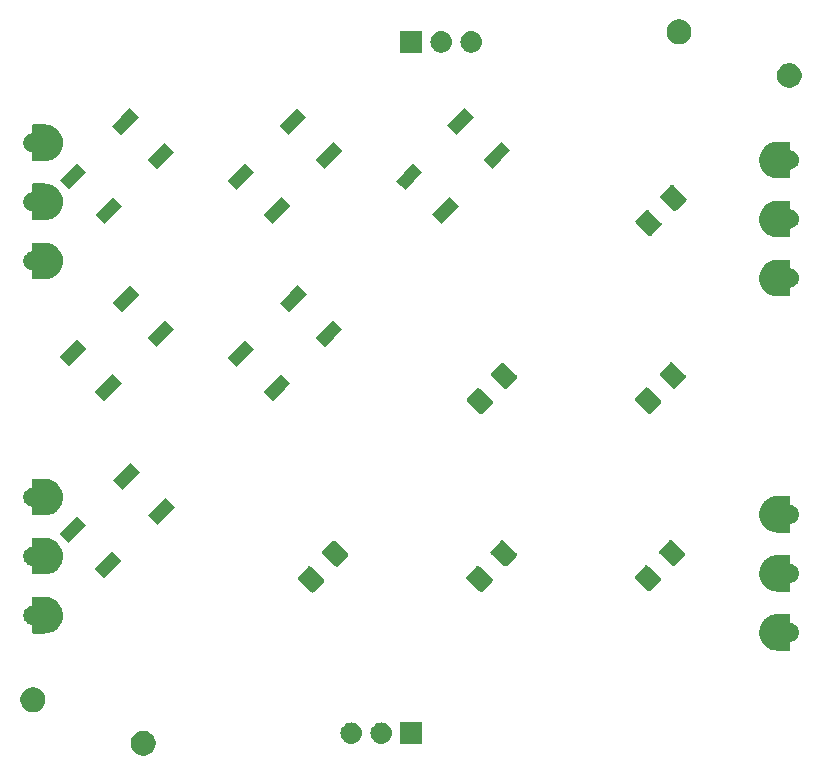
<source format=gbr>
G04 #@! TF.GenerationSoftware,KiCad,Pcbnew,5.1.4-e60b266~84~ubuntu18.04.1*
G04 #@! TF.CreationDate,2019-08-23T14:23:09+02:00*
G04 #@! TF.ProjectId,aab1,61616231-2e6b-4696-9361-645f70636258,rev?*
G04 #@! TF.SameCoordinates,Original*
G04 #@! TF.FileFunction,Soldermask,Bot*
G04 #@! TF.FilePolarity,Negative*
%FSLAX46Y46*%
G04 Gerber Fmt 4.6, Leading zero omitted, Abs format (unit mm)*
G04 Created by KiCad (PCBNEW 5.1.4-e60b266~84~ubuntu18.04.1) date 2019-08-23 14:23:09*
%MOMM*%
%LPD*%
G04 APERTURE LIST*
%ADD10C,0.150000*%
G04 APERTURE END LIST*
D10*
G36*
X59651283Y-145347232D02*
G01*
X59842552Y-145426458D01*
X59842554Y-145426459D01*
X60014692Y-145541478D01*
X60161084Y-145687870D01*
X60267055Y-145846466D01*
X60276104Y-145860010D01*
X60355330Y-146051279D01*
X60395719Y-146254327D01*
X60395719Y-146461359D01*
X60355330Y-146664407D01*
X60276104Y-146855676D01*
X60276103Y-146855678D01*
X60161084Y-147027816D01*
X60014692Y-147174208D01*
X59842554Y-147289227D01*
X59842553Y-147289228D01*
X59842552Y-147289228D01*
X59651283Y-147368454D01*
X59448235Y-147408843D01*
X59241203Y-147408843D01*
X59038155Y-147368454D01*
X58846886Y-147289228D01*
X58846885Y-147289228D01*
X58846884Y-147289227D01*
X58674746Y-147174208D01*
X58528354Y-147027816D01*
X58413335Y-146855678D01*
X58413334Y-146855676D01*
X58334108Y-146664407D01*
X58293719Y-146461359D01*
X58293719Y-146254327D01*
X58334108Y-146051279D01*
X58413334Y-145860010D01*
X58422384Y-145846466D01*
X58528354Y-145687870D01*
X58674746Y-145541478D01*
X58846884Y-145426459D01*
X58846886Y-145426458D01*
X59038155Y-145347232D01*
X59241203Y-145306843D01*
X59448235Y-145306843D01*
X59651283Y-145347232D01*
X59651283Y-145347232D01*
G37*
G36*
X82922532Y-146401000D02*
G01*
X81120532Y-146401000D01*
X81120532Y-144599000D01*
X82922532Y-144599000D01*
X82922532Y-146401000D01*
X82922532Y-146401000D01*
G37*
G36*
X77051975Y-144605519D02*
G01*
X77118159Y-144612037D01*
X77287998Y-144663557D01*
X77444523Y-144747222D01*
X77480261Y-144776552D01*
X77581718Y-144859814D01*
X77664980Y-144961271D01*
X77694310Y-144997009D01*
X77777975Y-145153534D01*
X77829495Y-145323373D01*
X77846891Y-145500000D01*
X77829495Y-145676627D01*
X77777975Y-145846466D01*
X77694310Y-146002991D01*
X77664980Y-146038729D01*
X77581718Y-146140186D01*
X77480261Y-146223448D01*
X77444523Y-146252778D01*
X77287998Y-146336443D01*
X77118159Y-146387963D01*
X77051974Y-146394482D01*
X76985792Y-146401000D01*
X76897272Y-146401000D01*
X76831090Y-146394482D01*
X76764905Y-146387963D01*
X76595066Y-146336443D01*
X76438541Y-146252778D01*
X76402803Y-146223448D01*
X76301346Y-146140186D01*
X76218084Y-146038729D01*
X76188754Y-146002991D01*
X76105089Y-145846466D01*
X76053569Y-145676627D01*
X76036173Y-145500000D01*
X76053569Y-145323373D01*
X76105089Y-145153534D01*
X76188754Y-144997009D01*
X76218084Y-144961271D01*
X76301346Y-144859814D01*
X76402803Y-144776552D01*
X76438541Y-144747222D01*
X76595066Y-144663557D01*
X76764905Y-144612037D01*
X76831089Y-144605519D01*
X76897272Y-144599000D01*
X76985792Y-144599000D01*
X77051975Y-144605519D01*
X77051975Y-144605519D01*
G37*
G36*
X79591975Y-144605519D02*
G01*
X79658159Y-144612037D01*
X79827998Y-144663557D01*
X79984523Y-144747222D01*
X80020261Y-144776552D01*
X80121718Y-144859814D01*
X80204980Y-144961271D01*
X80234310Y-144997009D01*
X80317975Y-145153534D01*
X80369495Y-145323373D01*
X80386891Y-145500000D01*
X80369495Y-145676627D01*
X80317975Y-145846466D01*
X80234310Y-146002991D01*
X80204980Y-146038729D01*
X80121718Y-146140186D01*
X80020261Y-146223448D01*
X79984523Y-146252778D01*
X79827998Y-146336443D01*
X79658159Y-146387963D01*
X79591974Y-146394482D01*
X79525792Y-146401000D01*
X79437272Y-146401000D01*
X79371090Y-146394482D01*
X79304905Y-146387963D01*
X79135066Y-146336443D01*
X78978541Y-146252778D01*
X78942803Y-146223448D01*
X78841346Y-146140186D01*
X78758084Y-146038729D01*
X78728754Y-146002991D01*
X78645089Y-145846466D01*
X78593569Y-145676627D01*
X78576173Y-145500000D01*
X78593569Y-145323373D01*
X78645089Y-145153534D01*
X78728754Y-144997009D01*
X78758084Y-144961271D01*
X78841346Y-144859814D01*
X78942803Y-144776552D01*
X78978541Y-144747222D01*
X79135066Y-144663557D01*
X79304905Y-144612037D01*
X79371089Y-144605519D01*
X79437272Y-144599000D01*
X79525792Y-144599000D01*
X79591975Y-144605519D01*
X79591975Y-144605519D01*
G37*
G36*
X50306564Y-141652847D02*
G01*
X50497833Y-141732073D01*
X50497835Y-141732074D01*
X50669973Y-141847093D01*
X50816365Y-141993485D01*
X50931385Y-142165625D01*
X51010611Y-142356894D01*
X51051000Y-142559942D01*
X51051000Y-142766974D01*
X51010611Y-142970022D01*
X50931385Y-143161291D01*
X50931384Y-143161293D01*
X50816365Y-143333431D01*
X50669973Y-143479823D01*
X50497835Y-143594842D01*
X50497834Y-143594843D01*
X50497833Y-143594843D01*
X50306564Y-143674069D01*
X50103516Y-143714458D01*
X49896484Y-143714458D01*
X49693436Y-143674069D01*
X49502167Y-143594843D01*
X49502166Y-143594843D01*
X49502165Y-143594842D01*
X49330027Y-143479823D01*
X49183635Y-143333431D01*
X49068616Y-143161293D01*
X49068615Y-143161291D01*
X48989389Y-142970022D01*
X48949000Y-142766974D01*
X48949000Y-142559942D01*
X48989389Y-142356894D01*
X49068615Y-142165625D01*
X49183635Y-141993485D01*
X49330027Y-141847093D01*
X49502165Y-141732074D01*
X49502167Y-141732073D01*
X49693436Y-141652847D01*
X49896484Y-141612458D01*
X50103516Y-141612458D01*
X50306564Y-141652847D01*
X50306564Y-141652847D01*
G37*
G36*
X114051107Y-135417394D02*
G01*
X114060716Y-135420309D01*
X114069580Y-135425047D01*
X114077345Y-135431420D01*
X114083718Y-135439185D01*
X114088456Y-135448049D01*
X114091371Y-135457658D01*
X114092960Y-135473797D01*
X114092960Y-136049331D01*
X114095362Y-136073717D01*
X114102475Y-136097166D01*
X114114026Y-136118777D01*
X114129571Y-136137719D01*
X114148513Y-136153264D01*
X114170124Y-136164815D01*
X114193573Y-136171928D01*
X114266393Y-136186413D01*
X114287826Y-136192914D01*
X114414479Y-136245376D01*
X114434229Y-136255934D01*
X114548214Y-136332096D01*
X114565523Y-136346300D01*
X114662465Y-136443242D01*
X114676669Y-136460551D01*
X114752831Y-136574536D01*
X114763389Y-136594286D01*
X114815851Y-136720939D01*
X114822352Y-136742372D01*
X114849097Y-136876828D01*
X114851291Y-136899108D01*
X114851291Y-137036206D01*
X114849097Y-137058486D01*
X114822352Y-137192942D01*
X114815851Y-137214375D01*
X114763389Y-137341028D01*
X114752831Y-137360778D01*
X114676669Y-137474763D01*
X114662465Y-137492072D01*
X114565523Y-137589014D01*
X114548214Y-137603218D01*
X114434229Y-137679380D01*
X114414479Y-137689938D01*
X114287826Y-137742400D01*
X114266393Y-137748901D01*
X114193573Y-137763386D01*
X114170124Y-137770499D01*
X114148513Y-137782050D01*
X114129571Y-137797596D01*
X114114026Y-137816537D01*
X114102475Y-137838148D01*
X114095362Y-137861597D01*
X114092960Y-137885983D01*
X114092960Y-138461517D01*
X114091371Y-138477656D01*
X114088456Y-138487265D01*
X114083718Y-138496129D01*
X114077345Y-138503894D01*
X114069580Y-138510267D01*
X114060716Y-138515005D01*
X114051107Y-138517920D01*
X114034968Y-138519509D01*
X113047248Y-138519509D01*
X113018858Y-138516713D01*
X113018749Y-138517819D01*
X113006006Y-138515929D01*
X112970978Y-138515929D01*
X112959806Y-138515383D01*
X112817193Y-138501399D01*
X112817144Y-138501895D01*
X112816777Y-138501830D01*
X112816826Y-138501361D01*
X112809675Y-138500610D01*
X112797844Y-138498736D01*
X112735749Y-138485538D01*
X112734040Y-138485188D01*
X112671587Y-138472822D01*
X112660756Y-138470122D01*
X112523672Y-138428735D01*
X112523091Y-138428557D01*
X112516321Y-138426461D01*
X112505087Y-138422328D01*
X112446726Y-138397315D01*
X112445119Y-138396639D01*
X112386267Y-138372382D01*
X112376155Y-138367623D01*
X112249985Y-138300537D01*
X112249005Y-138300012D01*
X112242956Y-138296741D01*
X112232759Y-138290517D01*
X112180370Y-138254645D01*
X112178922Y-138253668D01*
X112125877Y-138218425D01*
X112116913Y-138211817D01*
X112005981Y-138121342D01*
X112005467Y-138120919D01*
X112000006Y-138116402D01*
X111991198Y-138108303D01*
X111946812Y-138062977D01*
X111945582Y-138061738D01*
X111900389Y-138016860D01*
X111892843Y-138008595D01*
X111801595Y-137898295D01*
X111801105Y-137897699D01*
X111796714Y-137892314D01*
X111789640Y-137882649D01*
X111754875Y-137829524D01*
X111753910Y-137828071D01*
X111718315Y-137775298D01*
X111712525Y-137765739D01*
X111644528Y-137639980D01*
X111644004Y-137639002D01*
X111640816Y-137633006D01*
X111635755Y-137622152D01*
X111611965Y-137563269D01*
X111611299Y-137561653D01*
X111586633Y-137502976D01*
X111582816Y-137492489D01*
X111540491Y-137355759D01*
X111540254Y-137354983D01*
X111538247Y-137348338D01*
X111535394Y-137336721D01*
X111523484Y-137274285D01*
X111523145Y-137272570D01*
X111510356Y-137210273D01*
X111508648Y-137199242D01*
X111493667Y-137056713D01*
X111493607Y-137056123D01*
X111492928Y-137049191D01*
X111492385Y-137037241D01*
X111492827Y-136973730D01*
X111492827Y-136971989D01*
X111492383Y-136908329D01*
X111492851Y-136897169D01*
X111505805Y-136754841D01*
X111505921Y-136753610D01*
X111506578Y-136746917D01*
X111508366Y-136735095D01*
X111521133Y-136672896D01*
X111521472Y-136671185D01*
X111533401Y-136608650D01*
X111536028Y-136597791D01*
X111574318Y-136467693D01*
X111576615Y-136462031D01*
X111577072Y-136460480D01*
X111577201Y-136460518D01*
X111577304Y-136460171D01*
X111577176Y-136460132D01*
X111577713Y-136458352D01*
X111578794Y-136452739D01*
X111582723Y-136441824D01*
X111607355Y-136383226D01*
X111608018Y-136381616D01*
X111631848Y-136322639D01*
X111636539Y-136312486D01*
X111702708Y-136185916D01*
X111703279Y-136184834D01*
X111706476Y-136178821D01*
X111712645Y-136168553D01*
X111748162Y-136115897D01*
X111749128Y-136114442D01*
X111783967Y-136061201D01*
X111790532Y-136052165D01*
X111880212Y-135940623D01*
X111880680Y-135940045D01*
X111885111Y-135934612D01*
X111893154Y-135925744D01*
X111938167Y-135881043D01*
X111939396Y-135879805D01*
X111983971Y-135834286D01*
X111992174Y-135826691D01*
X112101752Y-135734745D01*
X112102426Y-135734183D01*
X112107798Y-135729739D01*
X112117401Y-135722607D01*
X112170346Y-135687430D01*
X112171792Y-135686455D01*
X112224253Y-135650534D01*
X112233770Y-135644679D01*
X112359264Y-135575688D01*
X112359748Y-135575424D01*
X112366011Y-135572038D01*
X112376812Y-135566909D01*
X112435522Y-135542710D01*
X112437130Y-135542034D01*
X112495638Y-135516957D01*
X112506107Y-135513064D01*
X112642719Y-135469728D01*
X112643135Y-135469598D01*
X112649940Y-135467491D01*
X112661549Y-135464553D01*
X112723831Y-135452221D01*
X112725541Y-135451870D01*
X112787804Y-135438636D01*
X112798822Y-135436851D01*
X112941022Y-135420901D01*
X112941814Y-135420815D01*
X112948769Y-135420084D01*
X112960728Y-135419457D01*
X112982260Y-135419457D01*
X112995325Y-135418772D01*
X113016944Y-135416500D01*
X113028105Y-135415876D01*
X113035386Y-135415825D01*
X113035978Y-135415823D01*
X113040925Y-135415823D01*
X113041292Y-135415805D01*
X114034968Y-135415805D01*
X114051107Y-135417394D01*
X114051107Y-135417394D01*
G37*
G36*
X51022250Y-133965516D02*
G01*
X51022359Y-133964410D01*
X51035102Y-133966300D01*
X51070130Y-133966300D01*
X51081302Y-133966846D01*
X51223915Y-133980830D01*
X51223964Y-133980334D01*
X51224331Y-133980399D01*
X51224282Y-133980868D01*
X51231433Y-133981619D01*
X51243264Y-133983493D01*
X51305359Y-133996691D01*
X51307068Y-133997041D01*
X51369521Y-134009407D01*
X51380352Y-134012107D01*
X51517436Y-134053494D01*
X51518017Y-134053672D01*
X51524787Y-134055768D01*
X51536021Y-134059901D01*
X51594382Y-134084914D01*
X51595989Y-134085590D01*
X51654841Y-134109847D01*
X51664953Y-134114606D01*
X51791101Y-134181680D01*
X51792103Y-134182217D01*
X51798152Y-134185488D01*
X51808349Y-134191712D01*
X51860738Y-134227584D01*
X51862186Y-134228561D01*
X51915231Y-134263804D01*
X51924195Y-134270412D01*
X52035127Y-134360887D01*
X52035641Y-134361310D01*
X52041102Y-134365827D01*
X52049910Y-134373926D01*
X52094296Y-134419252D01*
X52095526Y-134420491D01*
X52140719Y-134465369D01*
X52148265Y-134473634D01*
X52239513Y-134583934D01*
X52240003Y-134584530D01*
X52244394Y-134589915D01*
X52251468Y-134599580D01*
X52286233Y-134652705D01*
X52287198Y-134654158D01*
X52322793Y-134706931D01*
X52328583Y-134716490D01*
X52396580Y-134842249D01*
X52397104Y-134843227D01*
X52400292Y-134849223D01*
X52405353Y-134860077D01*
X52429143Y-134918960D01*
X52429809Y-134920576D01*
X52454475Y-134979253D01*
X52458292Y-134989740D01*
X52500617Y-135126470D01*
X52500854Y-135127246D01*
X52502861Y-135133891D01*
X52505714Y-135145508D01*
X52517624Y-135207944D01*
X52517963Y-135209659D01*
X52530752Y-135271956D01*
X52532460Y-135282987D01*
X52547441Y-135425516D01*
X52547501Y-135426106D01*
X52548180Y-135433038D01*
X52548723Y-135444988D01*
X52548281Y-135508498D01*
X52548281Y-135510239D01*
X52548725Y-135573900D01*
X52548257Y-135585060D01*
X52535303Y-135727388D01*
X52535194Y-135728545D01*
X52534530Y-135735312D01*
X52532742Y-135747134D01*
X52519975Y-135809333D01*
X52519636Y-135811044D01*
X52507707Y-135873579D01*
X52505080Y-135884438D01*
X52466790Y-136014536D01*
X52464493Y-136020198D01*
X52464036Y-136021749D01*
X52463907Y-136021711D01*
X52463804Y-136022058D01*
X52463932Y-136022097D01*
X52463395Y-136023877D01*
X52462314Y-136029490D01*
X52458385Y-136040405D01*
X52433753Y-136099003D01*
X52433090Y-136100613D01*
X52409260Y-136159590D01*
X52404569Y-136169743D01*
X52338400Y-136296313D01*
X52337851Y-136297354D01*
X52334632Y-136303408D01*
X52328463Y-136313676D01*
X52292946Y-136366332D01*
X52291980Y-136367787D01*
X52257141Y-136421028D01*
X52250576Y-136430064D01*
X52160896Y-136541606D01*
X52160428Y-136542184D01*
X52155997Y-136547617D01*
X52147954Y-136556485D01*
X52102941Y-136601186D01*
X52101712Y-136602424D01*
X52057137Y-136647943D01*
X52048934Y-136655538D01*
X51939356Y-136747484D01*
X51938682Y-136748046D01*
X51933310Y-136752490D01*
X51923707Y-136759622D01*
X51870762Y-136794799D01*
X51869316Y-136795774D01*
X51816855Y-136831695D01*
X51807338Y-136837550D01*
X51681844Y-136906541D01*
X51681360Y-136906805D01*
X51675097Y-136910191D01*
X51664296Y-136915320D01*
X51605586Y-136939519D01*
X51603978Y-136940195D01*
X51545470Y-136965272D01*
X51535001Y-136969165D01*
X51398418Y-137012492D01*
X51397973Y-137012631D01*
X51391168Y-137014738D01*
X51379559Y-137017676D01*
X51317277Y-137030008D01*
X51315567Y-137030359D01*
X51253304Y-137043593D01*
X51242286Y-137045378D01*
X51100086Y-137061328D01*
X51099294Y-137061414D01*
X51092339Y-137062145D01*
X51080380Y-137062772D01*
X51058848Y-137062772D01*
X51045783Y-137063457D01*
X51024164Y-137065729D01*
X51013003Y-137066353D01*
X51005722Y-137066404D01*
X51005130Y-137066406D01*
X51000183Y-137066406D01*
X50999816Y-137066424D01*
X50006140Y-137066424D01*
X49990001Y-137064835D01*
X49980392Y-137061920D01*
X49971528Y-137057182D01*
X49963763Y-137050809D01*
X49957390Y-137043044D01*
X49952652Y-137034180D01*
X49949737Y-137024571D01*
X49948148Y-137008432D01*
X49948148Y-136432898D01*
X49945746Y-136408512D01*
X49938633Y-136385063D01*
X49927082Y-136363452D01*
X49911537Y-136344510D01*
X49892595Y-136328965D01*
X49870984Y-136317414D01*
X49847535Y-136310301D01*
X49774715Y-136295816D01*
X49753282Y-136289315D01*
X49626629Y-136236853D01*
X49606879Y-136226295D01*
X49492894Y-136150133D01*
X49475585Y-136135929D01*
X49378643Y-136038987D01*
X49364439Y-136021678D01*
X49288277Y-135907693D01*
X49277719Y-135887943D01*
X49225257Y-135761290D01*
X49218756Y-135739857D01*
X49192011Y-135605401D01*
X49189817Y-135583121D01*
X49189817Y-135446023D01*
X49192011Y-135423743D01*
X49218756Y-135289287D01*
X49225257Y-135267854D01*
X49277719Y-135141201D01*
X49288277Y-135121451D01*
X49364439Y-135007466D01*
X49378643Y-134990157D01*
X49475585Y-134893215D01*
X49492894Y-134879011D01*
X49606879Y-134802849D01*
X49626629Y-134792291D01*
X49753282Y-134739829D01*
X49774715Y-134733328D01*
X49847535Y-134718843D01*
X49870984Y-134711730D01*
X49892595Y-134700179D01*
X49911537Y-134684633D01*
X49927082Y-134665692D01*
X49938633Y-134644081D01*
X49945746Y-134620632D01*
X49948148Y-134596246D01*
X49948148Y-134020712D01*
X49949737Y-134004573D01*
X49952652Y-133994964D01*
X49957390Y-133986100D01*
X49963763Y-133978335D01*
X49971528Y-133971962D01*
X49980392Y-133967224D01*
X49990001Y-133964309D01*
X50006140Y-133962720D01*
X50993860Y-133962720D01*
X51022250Y-133965516D01*
X51022250Y-133965516D01*
G37*
G36*
X73440061Y-131377070D02*
G01*
X73475365Y-131386315D01*
X73508183Y-131402268D01*
X73542179Y-131428049D01*
X74617969Y-132424242D01*
X74646287Y-132456166D01*
X74664713Y-132487666D01*
X74676638Y-132522152D01*
X74681606Y-132558301D01*
X74679426Y-132594730D01*
X74670180Y-132630035D01*
X74654227Y-132662853D01*
X74628450Y-132696844D01*
X73853067Y-133534181D01*
X73821148Y-133562494D01*
X73789648Y-133580920D01*
X73755162Y-133592845D01*
X73719013Y-133597813D01*
X73682583Y-133595632D01*
X73647279Y-133586387D01*
X73614461Y-133570434D01*
X73580465Y-133544653D01*
X72504675Y-132548460D01*
X72476357Y-132516536D01*
X72457931Y-132485036D01*
X72446006Y-132450550D01*
X72441038Y-132414401D01*
X72443218Y-132377972D01*
X72452464Y-132342667D01*
X72468417Y-132309849D01*
X72494194Y-132275858D01*
X73269577Y-131438521D01*
X73301496Y-131410208D01*
X73332996Y-131391782D01*
X73367482Y-131379857D01*
X73403631Y-131374889D01*
X73440061Y-131377070D01*
X73440061Y-131377070D01*
G37*
G36*
X87704813Y-131329058D02*
G01*
X87740033Y-131338610D01*
X87772708Y-131354848D01*
X87806477Y-131380925D01*
X87861056Y-131432358D01*
X87861059Y-131432360D01*
X88674441Y-132198852D01*
X88873550Y-132386483D01*
X88901574Y-132418635D01*
X88919725Y-132450297D01*
X88931348Y-132484884D01*
X88936001Y-132521079D01*
X88933503Y-132557487D01*
X88923950Y-132592708D01*
X88907713Y-132625383D01*
X88881636Y-132659152D01*
X88830207Y-132713727D01*
X88830201Y-132713735D01*
X88150411Y-133435110D01*
X88150406Y-133435114D01*
X88098968Y-133489699D01*
X88066816Y-133517723D01*
X88035154Y-133535874D01*
X88000567Y-133547497D01*
X87964372Y-133552150D01*
X87927963Y-133549652D01*
X87892743Y-133540100D01*
X87860068Y-133523862D01*
X87826299Y-133497785D01*
X87759790Y-133435110D01*
X86813815Y-132543669D01*
X86759226Y-132492227D01*
X86731202Y-132460075D01*
X86713051Y-132428413D01*
X86701428Y-132393826D01*
X86696775Y-132357631D01*
X86699273Y-132321223D01*
X86708826Y-132286002D01*
X86725063Y-132253327D01*
X86751140Y-132219558D01*
X86802569Y-132164983D01*
X86802575Y-132164975D01*
X87482365Y-131443600D01*
X87482370Y-131443596D01*
X87533808Y-131389011D01*
X87565960Y-131360987D01*
X87597622Y-131342836D01*
X87632209Y-131331213D01*
X87668404Y-131326560D01*
X87704813Y-131329058D01*
X87704813Y-131329058D01*
G37*
G36*
X114051107Y-130417394D02*
G01*
X114060716Y-130420309D01*
X114069580Y-130425047D01*
X114077345Y-130431420D01*
X114083718Y-130439185D01*
X114088456Y-130448049D01*
X114091371Y-130457658D01*
X114092960Y-130473797D01*
X114092960Y-131049331D01*
X114095362Y-131073717D01*
X114102475Y-131097166D01*
X114114026Y-131118777D01*
X114129571Y-131137719D01*
X114148513Y-131153264D01*
X114170124Y-131164815D01*
X114193573Y-131171928D01*
X114266393Y-131186413D01*
X114287826Y-131192914D01*
X114414479Y-131245376D01*
X114434229Y-131255934D01*
X114548214Y-131332096D01*
X114565523Y-131346300D01*
X114662465Y-131443242D01*
X114676669Y-131460551D01*
X114752831Y-131574536D01*
X114763389Y-131594286D01*
X114815851Y-131720939D01*
X114822352Y-131742372D01*
X114849097Y-131876828D01*
X114851291Y-131899108D01*
X114851291Y-132036206D01*
X114849097Y-132058486D01*
X114822352Y-132192942D01*
X114815851Y-132214375D01*
X114763389Y-132341028D01*
X114752831Y-132360778D01*
X114676669Y-132474763D01*
X114662465Y-132492072D01*
X114565523Y-132589014D01*
X114548214Y-132603218D01*
X114434229Y-132679380D01*
X114414479Y-132689938D01*
X114287826Y-132742400D01*
X114266393Y-132748901D01*
X114193573Y-132763386D01*
X114170124Y-132770499D01*
X114148513Y-132782050D01*
X114129571Y-132797596D01*
X114114026Y-132816537D01*
X114102475Y-132838148D01*
X114095362Y-132861597D01*
X114092960Y-132885983D01*
X114092960Y-133461517D01*
X114091371Y-133477656D01*
X114088456Y-133487265D01*
X114083718Y-133496129D01*
X114077345Y-133503894D01*
X114069580Y-133510267D01*
X114060716Y-133515005D01*
X114051107Y-133517920D01*
X114034968Y-133519509D01*
X113047248Y-133519509D01*
X113018858Y-133516713D01*
X113018749Y-133517819D01*
X113006006Y-133515929D01*
X112970978Y-133515929D01*
X112959806Y-133515383D01*
X112817193Y-133501399D01*
X112817144Y-133501895D01*
X112816777Y-133501830D01*
X112816826Y-133501361D01*
X112809675Y-133500610D01*
X112797844Y-133498736D01*
X112735749Y-133485538D01*
X112734040Y-133485188D01*
X112671587Y-133472822D01*
X112660756Y-133470122D01*
X112523672Y-133428735D01*
X112523091Y-133428557D01*
X112516321Y-133426461D01*
X112505087Y-133422328D01*
X112446726Y-133397315D01*
X112445119Y-133396639D01*
X112386267Y-133372382D01*
X112376155Y-133367623D01*
X112249985Y-133300537D01*
X112249005Y-133300012D01*
X112242956Y-133296741D01*
X112232759Y-133290517D01*
X112180370Y-133254645D01*
X112178922Y-133253668D01*
X112125877Y-133218425D01*
X112116913Y-133211817D01*
X112005981Y-133121342D01*
X112005467Y-133120919D01*
X112000006Y-133116402D01*
X111991198Y-133108303D01*
X111946812Y-133062977D01*
X111945582Y-133061738D01*
X111900389Y-133016860D01*
X111892843Y-133008595D01*
X111801595Y-132898295D01*
X111801105Y-132897699D01*
X111796714Y-132892314D01*
X111789640Y-132882649D01*
X111754875Y-132829524D01*
X111753910Y-132828071D01*
X111718315Y-132775298D01*
X111712525Y-132765739D01*
X111644528Y-132639980D01*
X111644004Y-132639002D01*
X111640816Y-132633006D01*
X111635755Y-132622152D01*
X111611965Y-132563269D01*
X111611299Y-132561653D01*
X111586633Y-132502976D01*
X111582816Y-132492489D01*
X111540491Y-132355759D01*
X111540254Y-132354983D01*
X111538247Y-132348338D01*
X111535394Y-132336721D01*
X111523484Y-132274285D01*
X111523145Y-132272570D01*
X111510356Y-132210273D01*
X111508648Y-132199242D01*
X111493667Y-132056713D01*
X111493607Y-132056123D01*
X111492928Y-132049191D01*
X111492385Y-132037241D01*
X111492827Y-131973730D01*
X111492827Y-131971989D01*
X111492383Y-131908329D01*
X111492851Y-131897169D01*
X111505805Y-131754841D01*
X111505921Y-131753610D01*
X111506578Y-131746917D01*
X111508366Y-131735095D01*
X111521133Y-131672896D01*
X111521472Y-131671185D01*
X111533401Y-131608650D01*
X111536028Y-131597791D01*
X111574318Y-131467693D01*
X111576615Y-131462031D01*
X111577072Y-131460480D01*
X111577201Y-131460518D01*
X111577304Y-131460171D01*
X111577176Y-131460132D01*
X111577713Y-131458352D01*
X111578794Y-131452739D01*
X111582723Y-131441824D01*
X111607355Y-131383226D01*
X111608018Y-131381616D01*
X111631848Y-131322639D01*
X111636539Y-131312486D01*
X111702708Y-131185916D01*
X111703279Y-131184834D01*
X111706476Y-131178821D01*
X111712645Y-131168553D01*
X111748162Y-131115897D01*
X111749128Y-131114442D01*
X111783967Y-131061201D01*
X111790532Y-131052165D01*
X111880212Y-130940623D01*
X111880680Y-130940045D01*
X111885111Y-130934612D01*
X111893154Y-130925744D01*
X111938167Y-130881043D01*
X111939396Y-130879805D01*
X111983971Y-130834286D01*
X111992174Y-130826691D01*
X112101752Y-130734745D01*
X112102426Y-130734183D01*
X112107798Y-130729739D01*
X112117401Y-130722607D01*
X112170346Y-130687430D01*
X112171792Y-130686455D01*
X112224253Y-130650534D01*
X112233770Y-130644679D01*
X112359264Y-130575688D01*
X112359748Y-130575424D01*
X112366011Y-130572038D01*
X112376812Y-130566909D01*
X112435522Y-130542710D01*
X112437130Y-130542034D01*
X112495638Y-130516957D01*
X112506107Y-130513064D01*
X112642719Y-130469728D01*
X112643135Y-130469598D01*
X112649940Y-130467491D01*
X112661549Y-130464553D01*
X112723831Y-130452221D01*
X112725541Y-130451870D01*
X112787804Y-130438636D01*
X112798822Y-130436851D01*
X112941022Y-130420901D01*
X112941814Y-130420815D01*
X112948769Y-130420084D01*
X112960728Y-130419457D01*
X112982260Y-130419457D01*
X112995325Y-130418772D01*
X113016944Y-130416500D01*
X113028105Y-130415876D01*
X113035386Y-130415825D01*
X113035978Y-130415823D01*
X113040925Y-130415823D01*
X113041292Y-130415805D01*
X114034968Y-130415805D01*
X114051107Y-130417394D01*
X114051107Y-130417394D01*
G37*
G36*
X101965465Y-131284235D02*
G01*
X102000586Y-131294156D01*
X102033091Y-131310737D01*
X102066584Y-131337163D01*
X102175343Y-131441824D01*
X103069022Y-132301830D01*
X103069027Y-132301836D01*
X103123060Y-132353833D01*
X103150755Y-132386288D01*
X103168573Y-132418137D01*
X103179834Y-132452846D01*
X103184107Y-132489088D01*
X103181228Y-132525462D01*
X103171307Y-132560583D01*
X103154726Y-132593088D01*
X103128300Y-132626581D01*
X102336986Y-133448877D01*
X102304531Y-133476572D01*
X102272682Y-133494390D01*
X102237973Y-133505651D01*
X102201731Y-133509924D01*
X102165357Y-133507045D01*
X102130236Y-133497124D01*
X102097731Y-133480543D01*
X102064238Y-133454117D01*
X101713300Y-133116402D01*
X101061800Y-132489450D01*
X101061795Y-132489444D01*
X101007762Y-132437447D01*
X100980067Y-132404992D01*
X100962249Y-132373143D01*
X100950988Y-132338434D01*
X100946715Y-132302192D01*
X100949594Y-132265818D01*
X100959515Y-132230697D01*
X100976096Y-132198192D01*
X101002522Y-132164699D01*
X101793836Y-131342403D01*
X101826291Y-131314708D01*
X101858140Y-131296890D01*
X101892849Y-131285629D01*
X101929091Y-131281356D01*
X101965465Y-131284235D01*
X101965465Y-131284235D01*
G37*
G36*
X57473767Y-130888190D02*
G01*
X55987429Y-132374528D01*
X55208197Y-131595296D01*
X56694535Y-130108958D01*
X57473767Y-130888190D01*
X57473767Y-130888190D01*
G37*
G36*
X51022250Y-128965516D02*
G01*
X51022359Y-128964410D01*
X51035102Y-128966300D01*
X51070130Y-128966300D01*
X51081302Y-128966846D01*
X51223915Y-128980830D01*
X51223964Y-128980334D01*
X51224331Y-128980399D01*
X51224282Y-128980868D01*
X51231433Y-128981619D01*
X51243264Y-128983493D01*
X51305359Y-128996691D01*
X51307068Y-128997041D01*
X51369521Y-129009407D01*
X51380352Y-129012107D01*
X51517436Y-129053494D01*
X51518017Y-129053672D01*
X51524787Y-129055768D01*
X51536021Y-129059901D01*
X51594382Y-129084914D01*
X51595989Y-129085590D01*
X51654841Y-129109847D01*
X51664953Y-129114606D01*
X51791101Y-129181680D01*
X51792103Y-129182217D01*
X51798152Y-129185488D01*
X51808349Y-129191712D01*
X51860738Y-129227584D01*
X51862186Y-129228561D01*
X51915231Y-129263804D01*
X51924195Y-129270412D01*
X52035127Y-129360887D01*
X52035641Y-129361310D01*
X52041102Y-129365827D01*
X52049910Y-129373926D01*
X52094296Y-129419252D01*
X52095526Y-129420491D01*
X52140719Y-129465369D01*
X52148265Y-129473634D01*
X52239513Y-129583934D01*
X52240003Y-129584530D01*
X52244394Y-129589915D01*
X52251468Y-129599580D01*
X52286233Y-129652705D01*
X52287198Y-129654158D01*
X52322793Y-129706931D01*
X52328583Y-129716490D01*
X52396580Y-129842249D01*
X52397104Y-129843227D01*
X52400292Y-129849223D01*
X52405353Y-129860077D01*
X52429143Y-129918960D01*
X52429809Y-129920576D01*
X52454475Y-129979253D01*
X52458292Y-129989740D01*
X52500617Y-130126470D01*
X52500854Y-130127246D01*
X52502861Y-130133891D01*
X52505714Y-130145508D01*
X52517624Y-130207944D01*
X52517963Y-130209659D01*
X52530752Y-130271956D01*
X52532460Y-130282987D01*
X52547441Y-130425516D01*
X52547501Y-130426106D01*
X52548180Y-130433038D01*
X52548723Y-130444988D01*
X52548281Y-130508498D01*
X52548281Y-130510239D01*
X52548725Y-130573900D01*
X52548257Y-130585060D01*
X52535303Y-130727388D01*
X52535194Y-130728545D01*
X52534530Y-130735312D01*
X52532742Y-130747134D01*
X52519975Y-130809333D01*
X52519636Y-130811044D01*
X52507707Y-130873579D01*
X52505080Y-130884438D01*
X52466790Y-131014536D01*
X52464493Y-131020198D01*
X52464036Y-131021749D01*
X52463907Y-131021711D01*
X52463804Y-131022058D01*
X52463932Y-131022097D01*
X52463395Y-131023877D01*
X52462314Y-131029490D01*
X52458385Y-131040405D01*
X52433753Y-131099003D01*
X52433090Y-131100613D01*
X52409260Y-131159590D01*
X52404569Y-131169743D01*
X52338400Y-131296313D01*
X52337851Y-131297354D01*
X52334632Y-131303408D01*
X52328463Y-131313676D01*
X52292946Y-131366332D01*
X52291980Y-131367787D01*
X52257141Y-131421028D01*
X52250576Y-131430064D01*
X52160896Y-131541606D01*
X52160428Y-131542184D01*
X52155997Y-131547617D01*
X52147954Y-131556485D01*
X52102941Y-131601186D01*
X52101712Y-131602424D01*
X52057137Y-131647943D01*
X52048934Y-131655538D01*
X51939356Y-131747484D01*
X51938682Y-131748046D01*
X51933310Y-131752490D01*
X51923707Y-131759622D01*
X51870762Y-131794799D01*
X51869316Y-131795774D01*
X51816855Y-131831695D01*
X51807338Y-131837550D01*
X51681844Y-131906541D01*
X51681360Y-131906805D01*
X51675097Y-131910191D01*
X51664296Y-131915320D01*
X51605586Y-131939519D01*
X51603978Y-131940195D01*
X51545470Y-131965272D01*
X51535001Y-131969165D01*
X51398418Y-132012492D01*
X51397973Y-132012631D01*
X51391168Y-132014738D01*
X51379559Y-132017676D01*
X51317277Y-132030008D01*
X51315567Y-132030359D01*
X51253304Y-132043593D01*
X51242286Y-132045378D01*
X51100086Y-132061328D01*
X51099294Y-132061414D01*
X51092339Y-132062145D01*
X51080380Y-132062772D01*
X51058848Y-132062772D01*
X51045783Y-132063457D01*
X51024164Y-132065729D01*
X51013003Y-132066353D01*
X51005722Y-132066404D01*
X51005130Y-132066406D01*
X51000183Y-132066406D01*
X50999816Y-132066424D01*
X50006140Y-132066424D01*
X49990001Y-132064835D01*
X49980392Y-132061920D01*
X49971528Y-132057182D01*
X49963763Y-132050809D01*
X49957390Y-132043044D01*
X49952652Y-132034180D01*
X49949737Y-132024571D01*
X49948148Y-132008432D01*
X49948148Y-131432898D01*
X49945746Y-131408512D01*
X49938633Y-131385063D01*
X49927082Y-131363452D01*
X49911537Y-131344510D01*
X49892595Y-131328965D01*
X49870984Y-131317414D01*
X49847535Y-131310301D01*
X49774715Y-131295816D01*
X49753282Y-131289315D01*
X49626629Y-131236853D01*
X49606879Y-131226295D01*
X49492894Y-131150133D01*
X49475585Y-131135929D01*
X49378643Y-131038987D01*
X49364439Y-131021678D01*
X49288277Y-130907693D01*
X49277719Y-130887943D01*
X49225257Y-130761290D01*
X49218756Y-130739857D01*
X49192011Y-130605401D01*
X49189817Y-130583121D01*
X49189817Y-130446023D01*
X49192011Y-130423743D01*
X49218756Y-130289287D01*
X49225257Y-130267854D01*
X49277719Y-130141201D01*
X49288277Y-130121451D01*
X49364439Y-130007466D01*
X49378643Y-129990157D01*
X49475585Y-129893215D01*
X49492894Y-129879011D01*
X49606879Y-129802849D01*
X49626629Y-129792291D01*
X49753282Y-129739829D01*
X49774715Y-129733328D01*
X49847535Y-129718843D01*
X49870984Y-129711730D01*
X49892595Y-129700179D01*
X49911537Y-129684633D01*
X49927082Y-129665692D01*
X49938633Y-129644081D01*
X49945746Y-129620632D01*
X49948148Y-129596246D01*
X49948148Y-129020712D01*
X49949737Y-129004573D01*
X49952652Y-128994964D01*
X49957390Y-128986100D01*
X49963763Y-128978335D01*
X49971528Y-128971962D01*
X49980392Y-128967224D01*
X49990001Y-128964309D01*
X50006140Y-128962720D01*
X50993860Y-128962720D01*
X51022250Y-128965516D01*
X51022250Y-128965516D01*
G37*
G36*
X75461399Y-129194224D02*
G01*
X75496703Y-129203469D01*
X75529521Y-129219422D01*
X75563517Y-129245203D01*
X76639307Y-130241396D01*
X76667625Y-130273320D01*
X76686051Y-130304820D01*
X76697976Y-130339306D01*
X76702944Y-130375455D01*
X76700764Y-130411884D01*
X76691518Y-130447189D01*
X76675565Y-130480007D01*
X76649788Y-130513998D01*
X75874405Y-131351335D01*
X75842486Y-131379648D01*
X75810986Y-131398074D01*
X75776500Y-131409999D01*
X75740351Y-131414967D01*
X75703921Y-131412786D01*
X75668617Y-131403541D01*
X75635799Y-131387588D01*
X75601803Y-131361807D01*
X74526013Y-130365614D01*
X74497695Y-130333690D01*
X74479269Y-130302190D01*
X74467344Y-130267704D01*
X74462376Y-130231555D01*
X74464556Y-130195126D01*
X74473802Y-130159821D01*
X74489755Y-130127003D01*
X74515532Y-130093012D01*
X75290915Y-129255675D01*
X75322834Y-129227362D01*
X75354334Y-129208936D01*
X75388820Y-129197011D01*
X75424969Y-129192043D01*
X75461399Y-129194224D01*
X75461399Y-129194224D01*
G37*
G36*
X89745123Y-129163934D02*
G01*
X89780343Y-129173486D01*
X89813018Y-129189724D01*
X89846787Y-129215801D01*
X89901366Y-129267234D01*
X89901369Y-129267236D01*
X90561488Y-129889301D01*
X90913860Y-130221359D01*
X90941884Y-130253511D01*
X90960035Y-130285173D01*
X90971658Y-130319760D01*
X90976311Y-130355955D01*
X90973813Y-130392363D01*
X90964260Y-130427584D01*
X90948023Y-130460259D01*
X90921946Y-130494028D01*
X90870517Y-130548603D01*
X90870511Y-130548611D01*
X90190721Y-131269986D01*
X90190716Y-131269990D01*
X90139278Y-131324575D01*
X90107126Y-131352599D01*
X90075464Y-131370750D01*
X90040877Y-131382373D01*
X90004682Y-131387026D01*
X89968273Y-131384528D01*
X89933053Y-131374976D01*
X89900378Y-131358738D01*
X89866609Y-131332661D01*
X89800100Y-131269986D01*
X88854125Y-130378545D01*
X88799536Y-130327103D01*
X88771512Y-130294951D01*
X88753361Y-130263289D01*
X88741738Y-130228702D01*
X88737085Y-130192507D01*
X88739583Y-130156099D01*
X88749136Y-130120878D01*
X88765373Y-130088203D01*
X88791450Y-130054434D01*
X88842879Y-129999859D01*
X88842885Y-129999851D01*
X89522675Y-129278476D01*
X89522680Y-129278472D01*
X89574118Y-129223887D01*
X89606270Y-129195863D01*
X89637932Y-129177712D01*
X89672519Y-129166089D01*
X89708714Y-129161436D01*
X89745123Y-129163934D01*
X89745123Y-129163934D01*
G37*
G36*
X104028335Y-129140595D02*
G01*
X104063456Y-129150516D01*
X104095961Y-129167097D01*
X104129454Y-129193523D01*
X104251221Y-129310702D01*
X105131892Y-130158190D01*
X105131897Y-130158196D01*
X105185930Y-130210193D01*
X105213625Y-130242648D01*
X105231443Y-130274497D01*
X105242704Y-130309206D01*
X105246977Y-130345448D01*
X105244098Y-130381822D01*
X105234177Y-130416943D01*
X105217596Y-130449448D01*
X105191170Y-130482941D01*
X104399856Y-131305237D01*
X104367401Y-131332932D01*
X104335552Y-131350750D01*
X104300843Y-131362011D01*
X104264601Y-131366284D01*
X104228227Y-131363405D01*
X104193106Y-131353484D01*
X104160601Y-131336903D01*
X104127108Y-131310477D01*
X103843095Y-131037165D01*
X103124670Y-130345810D01*
X103124665Y-130345804D01*
X103070632Y-130293807D01*
X103042937Y-130261352D01*
X103025119Y-130229503D01*
X103013858Y-130194794D01*
X103009585Y-130158552D01*
X103012464Y-130122178D01*
X103022385Y-130087057D01*
X103038966Y-130054552D01*
X103065392Y-130021059D01*
X103856706Y-129198763D01*
X103889161Y-129171068D01*
X103921010Y-129153250D01*
X103955719Y-129141989D01*
X103991961Y-129137716D01*
X104028335Y-129140595D01*
X104028335Y-129140595D01*
G37*
G36*
X54503918Y-127918341D02*
G01*
X53017580Y-129404679D01*
X52238348Y-128625447D01*
X53724686Y-127139109D01*
X54503918Y-127918341D01*
X54503918Y-127918341D01*
G37*
G36*
X114051107Y-125417394D02*
G01*
X114060716Y-125420309D01*
X114069580Y-125425047D01*
X114077345Y-125431420D01*
X114083718Y-125439185D01*
X114088456Y-125448049D01*
X114091371Y-125457658D01*
X114092960Y-125473797D01*
X114092960Y-126049331D01*
X114095362Y-126073717D01*
X114102475Y-126097166D01*
X114114026Y-126118777D01*
X114129571Y-126137719D01*
X114148513Y-126153264D01*
X114170124Y-126164815D01*
X114193573Y-126171928D01*
X114266393Y-126186413D01*
X114287826Y-126192914D01*
X114414479Y-126245376D01*
X114434229Y-126255934D01*
X114548214Y-126332096D01*
X114565523Y-126346300D01*
X114662465Y-126443242D01*
X114676669Y-126460551D01*
X114752831Y-126574536D01*
X114763389Y-126594286D01*
X114815851Y-126720939D01*
X114822352Y-126742372D01*
X114849097Y-126876828D01*
X114851291Y-126899108D01*
X114851291Y-127036206D01*
X114849097Y-127058486D01*
X114822352Y-127192942D01*
X114815851Y-127214375D01*
X114763389Y-127341028D01*
X114752831Y-127360778D01*
X114676669Y-127474763D01*
X114662465Y-127492072D01*
X114565523Y-127589014D01*
X114548214Y-127603218D01*
X114434229Y-127679380D01*
X114414479Y-127689938D01*
X114287826Y-127742400D01*
X114266393Y-127748901D01*
X114193573Y-127763386D01*
X114170124Y-127770499D01*
X114148513Y-127782050D01*
X114129571Y-127797596D01*
X114114026Y-127816537D01*
X114102475Y-127838148D01*
X114095362Y-127861597D01*
X114092960Y-127885983D01*
X114092960Y-128461517D01*
X114091371Y-128477656D01*
X114088456Y-128487265D01*
X114083718Y-128496129D01*
X114077345Y-128503894D01*
X114069580Y-128510267D01*
X114060716Y-128515005D01*
X114051107Y-128517920D01*
X114034968Y-128519509D01*
X113047248Y-128519509D01*
X113018858Y-128516713D01*
X113018749Y-128517819D01*
X113006006Y-128515929D01*
X112970978Y-128515929D01*
X112959806Y-128515383D01*
X112817193Y-128501399D01*
X112817144Y-128501895D01*
X112816777Y-128501830D01*
X112816826Y-128501361D01*
X112809675Y-128500610D01*
X112797844Y-128498736D01*
X112735749Y-128485538D01*
X112734040Y-128485188D01*
X112671587Y-128472822D01*
X112660756Y-128470122D01*
X112523672Y-128428735D01*
X112523091Y-128428557D01*
X112516321Y-128426461D01*
X112505087Y-128422328D01*
X112446726Y-128397315D01*
X112445119Y-128396639D01*
X112386267Y-128372382D01*
X112376155Y-128367623D01*
X112249985Y-128300537D01*
X112249005Y-128300012D01*
X112242956Y-128296741D01*
X112232759Y-128290517D01*
X112180370Y-128254645D01*
X112178922Y-128253668D01*
X112125877Y-128218425D01*
X112116913Y-128211817D01*
X112005981Y-128121342D01*
X112005467Y-128120919D01*
X112000006Y-128116402D01*
X111991198Y-128108303D01*
X111946812Y-128062977D01*
X111945582Y-128061738D01*
X111900389Y-128016860D01*
X111892843Y-128008595D01*
X111801595Y-127898295D01*
X111801105Y-127897699D01*
X111796714Y-127892314D01*
X111789640Y-127882649D01*
X111754875Y-127829524D01*
X111753910Y-127828071D01*
X111718315Y-127775298D01*
X111712525Y-127765739D01*
X111644528Y-127639980D01*
X111644004Y-127639002D01*
X111640816Y-127633006D01*
X111635755Y-127622152D01*
X111611965Y-127563269D01*
X111611299Y-127561653D01*
X111586633Y-127502976D01*
X111582816Y-127492489D01*
X111540491Y-127355759D01*
X111540254Y-127354983D01*
X111538247Y-127348338D01*
X111535394Y-127336721D01*
X111523484Y-127274285D01*
X111523145Y-127272570D01*
X111510356Y-127210273D01*
X111508648Y-127199242D01*
X111493667Y-127056713D01*
X111493607Y-127056123D01*
X111492928Y-127049191D01*
X111492385Y-127037241D01*
X111492827Y-126973730D01*
X111492827Y-126971989D01*
X111492383Y-126908329D01*
X111492851Y-126897169D01*
X111505805Y-126754841D01*
X111505921Y-126753610D01*
X111506578Y-126746917D01*
X111508366Y-126735095D01*
X111521133Y-126672896D01*
X111521472Y-126671185D01*
X111533401Y-126608650D01*
X111536028Y-126597791D01*
X111574318Y-126467693D01*
X111576615Y-126462031D01*
X111577072Y-126460480D01*
X111577201Y-126460518D01*
X111577304Y-126460171D01*
X111577176Y-126460132D01*
X111577713Y-126458352D01*
X111578794Y-126452739D01*
X111582723Y-126441824D01*
X111607355Y-126383226D01*
X111608018Y-126381616D01*
X111631848Y-126322639D01*
X111636539Y-126312486D01*
X111702708Y-126185916D01*
X111703279Y-126184834D01*
X111706476Y-126178821D01*
X111712645Y-126168553D01*
X111748162Y-126115897D01*
X111749128Y-126114442D01*
X111783967Y-126061201D01*
X111790532Y-126052165D01*
X111880212Y-125940623D01*
X111880680Y-125940045D01*
X111885111Y-125934612D01*
X111893154Y-125925744D01*
X111938167Y-125881043D01*
X111939396Y-125879805D01*
X111983971Y-125834286D01*
X111992174Y-125826691D01*
X112101752Y-125734745D01*
X112102426Y-125734183D01*
X112107798Y-125729739D01*
X112117401Y-125722607D01*
X112170346Y-125687430D01*
X112171792Y-125686455D01*
X112224253Y-125650534D01*
X112233770Y-125644679D01*
X112359264Y-125575688D01*
X112359748Y-125575424D01*
X112366011Y-125572038D01*
X112376812Y-125566909D01*
X112435522Y-125542710D01*
X112437130Y-125542034D01*
X112495638Y-125516957D01*
X112506107Y-125513064D01*
X112642719Y-125469728D01*
X112643135Y-125469598D01*
X112649940Y-125467491D01*
X112661549Y-125464553D01*
X112723831Y-125452221D01*
X112725541Y-125451870D01*
X112787804Y-125438636D01*
X112798822Y-125436851D01*
X112941022Y-125420901D01*
X112941814Y-125420815D01*
X112948769Y-125420084D01*
X112960728Y-125419457D01*
X112982260Y-125419457D01*
X112995325Y-125418772D01*
X113016944Y-125416500D01*
X113028105Y-125415876D01*
X113035386Y-125415825D01*
X113035978Y-125415823D01*
X113040925Y-125415823D01*
X113041292Y-125415805D01*
X114034968Y-125415805D01*
X114051107Y-125417394D01*
X114051107Y-125417394D01*
G37*
G36*
X61999250Y-126362707D02*
G01*
X60512912Y-127849045D01*
X59733680Y-127069813D01*
X61220018Y-125583475D01*
X61999250Y-126362707D01*
X61999250Y-126362707D01*
G37*
G36*
X51022250Y-123965516D02*
G01*
X51022359Y-123964410D01*
X51035102Y-123966300D01*
X51070130Y-123966300D01*
X51081302Y-123966846D01*
X51223915Y-123980830D01*
X51223964Y-123980334D01*
X51224331Y-123980399D01*
X51224282Y-123980868D01*
X51231433Y-123981619D01*
X51243264Y-123983493D01*
X51305359Y-123996691D01*
X51307068Y-123997041D01*
X51369521Y-124009407D01*
X51380352Y-124012107D01*
X51517436Y-124053494D01*
X51518017Y-124053672D01*
X51524787Y-124055768D01*
X51536021Y-124059901D01*
X51594382Y-124084914D01*
X51595989Y-124085590D01*
X51654841Y-124109847D01*
X51664953Y-124114606D01*
X51791101Y-124181680D01*
X51792103Y-124182217D01*
X51798152Y-124185488D01*
X51808349Y-124191712D01*
X51860738Y-124227584D01*
X51862186Y-124228561D01*
X51915231Y-124263804D01*
X51924195Y-124270412D01*
X52035127Y-124360887D01*
X52035641Y-124361310D01*
X52041102Y-124365827D01*
X52049910Y-124373926D01*
X52094296Y-124419252D01*
X52095526Y-124420491D01*
X52140719Y-124465369D01*
X52148265Y-124473634D01*
X52239513Y-124583934D01*
X52240003Y-124584530D01*
X52244394Y-124589915D01*
X52251468Y-124599580D01*
X52286233Y-124652705D01*
X52287198Y-124654158D01*
X52322793Y-124706931D01*
X52328583Y-124716490D01*
X52396580Y-124842249D01*
X52397104Y-124843227D01*
X52400292Y-124849223D01*
X52405353Y-124860077D01*
X52429143Y-124918960D01*
X52429809Y-124920576D01*
X52454475Y-124979253D01*
X52458292Y-124989740D01*
X52500617Y-125126470D01*
X52500854Y-125127246D01*
X52502861Y-125133891D01*
X52505714Y-125145508D01*
X52517624Y-125207944D01*
X52517963Y-125209659D01*
X52530752Y-125271956D01*
X52532460Y-125282987D01*
X52547441Y-125425516D01*
X52547501Y-125426106D01*
X52548180Y-125433038D01*
X52548723Y-125444988D01*
X52548281Y-125508498D01*
X52548281Y-125510239D01*
X52548725Y-125573900D01*
X52548257Y-125585060D01*
X52535303Y-125727388D01*
X52535194Y-125728545D01*
X52534530Y-125735312D01*
X52532742Y-125747134D01*
X52519975Y-125809333D01*
X52519636Y-125811044D01*
X52507707Y-125873579D01*
X52505080Y-125884438D01*
X52466790Y-126014536D01*
X52464493Y-126020198D01*
X52464036Y-126021749D01*
X52463907Y-126021711D01*
X52463804Y-126022058D01*
X52463932Y-126022097D01*
X52463395Y-126023877D01*
X52462314Y-126029490D01*
X52458385Y-126040405D01*
X52433753Y-126099003D01*
X52433090Y-126100613D01*
X52409260Y-126159590D01*
X52404569Y-126169743D01*
X52338400Y-126296313D01*
X52337851Y-126297354D01*
X52334632Y-126303408D01*
X52328463Y-126313676D01*
X52292946Y-126366332D01*
X52291980Y-126367787D01*
X52257141Y-126421028D01*
X52250576Y-126430064D01*
X52160896Y-126541606D01*
X52160428Y-126542184D01*
X52155997Y-126547617D01*
X52147954Y-126556485D01*
X52102941Y-126601186D01*
X52101712Y-126602424D01*
X52057137Y-126647943D01*
X52048934Y-126655538D01*
X51939356Y-126747484D01*
X51938682Y-126748046D01*
X51933310Y-126752490D01*
X51923707Y-126759622D01*
X51870762Y-126794799D01*
X51869316Y-126795774D01*
X51816855Y-126831695D01*
X51807338Y-126837550D01*
X51681844Y-126906541D01*
X51681360Y-126906805D01*
X51675097Y-126910191D01*
X51664296Y-126915320D01*
X51605586Y-126939519D01*
X51603978Y-126940195D01*
X51545470Y-126965272D01*
X51535001Y-126969165D01*
X51398418Y-127012492D01*
X51397973Y-127012631D01*
X51391168Y-127014738D01*
X51379559Y-127017676D01*
X51317277Y-127030008D01*
X51315567Y-127030359D01*
X51253304Y-127043593D01*
X51242286Y-127045378D01*
X51100086Y-127061328D01*
X51099294Y-127061414D01*
X51092339Y-127062145D01*
X51080380Y-127062772D01*
X51058848Y-127062772D01*
X51045783Y-127063457D01*
X51024164Y-127065729D01*
X51013003Y-127066353D01*
X51005722Y-127066404D01*
X51005130Y-127066406D01*
X51000183Y-127066406D01*
X50999816Y-127066424D01*
X50006140Y-127066424D01*
X49990001Y-127064835D01*
X49980392Y-127061920D01*
X49971528Y-127057182D01*
X49963763Y-127050809D01*
X49957390Y-127043044D01*
X49952652Y-127034180D01*
X49949737Y-127024571D01*
X49948148Y-127008432D01*
X49948148Y-126432898D01*
X49945746Y-126408512D01*
X49938633Y-126385063D01*
X49927082Y-126363452D01*
X49911537Y-126344510D01*
X49892595Y-126328965D01*
X49870984Y-126317414D01*
X49847535Y-126310301D01*
X49774715Y-126295816D01*
X49753282Y-126289315D01*
X49626629Y-126236853D01*
X49606879Y-126226295D01*
X49492894Y-126150133D01*
X49475585Y-126135929D01*
X49378643Y-126038987D01*
X49364439Y-126021678D01*
X49288277Y-125907693D01*
X49277719Y-125887943D01*
X49225257Y-125761290D01*
X49218756Y-125739857D01*
X49192011Y-125605401D01*
X49189817Y-125583121D01*
X49189817Y-125446023D01*
X49192011Y-125423743D01*
X49218756Y-125289287D01*
X49225257Y-125267854D01*
X49277719Y-125141201D01*
X49288277Y-125121451D01*
X49364439Y-125007466D01*
X49378643Y-124990157D01*
X49475585Y-124893215D01*
X49492894Y-124879011D01*
X49606879Y-124802849D01*
X49626629Y-124792291D01*
X49753282Y-124739829D01*
X49774715Y-124733328D01*
X49847535Y-124718843D01*
X49870984Y-124711730D01*
X49892595Y-124700179D01*
X49911537Y-124684633D01*
X49927082Y-124665692D01*
X49938633Y-124644081D01*
X49945746Y-124620632D01*
X49948148Y-124596246D01*
X49948148Y-124020712D01*
X49949737Y-124004573D01*
X49952652Y-123994964D01*
X49957390Y-123986100D01*
X49963763Y-123978335D01*
X49971528Y-123971962D01*
X49980392Y-123967224D01*
X49990001Y-123964309D01*
X50006140Y-123962720D01*
X50993860Y-123962720D01*
X51022250Y-123965516D01*
X51022250Y-123965516D01*
G37*
G36*
X59029401Y-123392858D02*
G01*
X57543063Y-124879196D01*
X56763831Y-124099964D01*
X58250169Y-122613626D01*
X59029401Y-123392858D01*
X59029401Y-123392858D01*
G37*
G36*
X87742785Y-116276849D02*
G01*
X87777906Y-116286770D01*
X87810411Y-116303351D01*
X87843904Y-116329777D01*
X87897945Y-116381782D01*
X88846342Y-117294444D01*
X88846347Y-117294450D01*
X88900380Y-117346447D01*
X88928075Y-117378902D01*
X88945893Y-117410751D01*
X88957154Y-117445460D01*
X88961427Y-117481702D01*
X88958548Y-117518076D01*
X88948627Y-117553197D01*
X88932046Y-117585702D01*
X88905620Y-117619195D01*
X88114306Y-118441491D01*
X88081851Y-118469186D01*
X88050002Y-118487004D01*
X88015293Y-118498265D01*
X87979051Y-118502538D01*
X87942677Y-118499659D01*
X87907556Y-118489738D01*
X87875051Y-118473157D01*
X87841558Y-118446731D01*
X87660773Y-118272757D01*
X86839120Y-117482064D01*
X86839115Y-117482058D01*
X86785082Y-117430061D01*
X86757387Y-117397606D01*
X86739569Y-117365757D01*
X86728308Y-117331048D01*
X86724035Y-117294806D01*
X86726914Y-117258432D01*
X86736835Y-117223311D01*
X86753416Y-117190806D01*
X86779842Y-117157313D01*
X87571156Y-116335017D01*
X87603611Y-116307322D01*
X87635460Y-116289504D01*
X87670169Y-116278243D01*
X87706411Y-116273970D01*
X87742785Y-116276849D01*
X87742785Y-116276849D01*
G37*
G36*
X102006491Y-116231553D02*
G01*
X102041515Y-116241778D01*
X102073877Y-116258643D01*
X102107144Y-116285366D01*
X103154705Y-117311213D01*
X103182111Y-117343903D01*
X103199651Y-117375908D01*
X103210609Y-117410715D01*
X103214566Y-117446989D01*
X103211369Y-117483345D01*
X103201142Y-117518375D01*
X103184281Y-117550732D01*
X103157558Y-117583998D01*
X102359099Y-118399357D01*
X102326409Y-118426763D01*
X102294404Y-118444303D01*
X102259597Y-118455261D01*
X102223323Y-118459218D01*
X102186965Y-118456021D01*
X102151941Y-118445796D01*
X102119579Y-118428931D01*
X102086312Y-118402208D01*
X101038751Y-117376361D01*
X101011345Y-117343671D01*
X100993805Y-117311666D01*
X100982847Y-117276859D01*
X100978890Y-117240585D01*
X100982087Y-117204229D01*
X100992314Y-117169199D01*
X101009175Y-117136842D01*
X101035898Y-117103576D01*
X101834357Y-116288217D01*
X101867047Y-116260811D01*
X101899052Y-116243271D01*
X101933859Y-116232313D01*
X101970133Y-116228356D01*
X102006491Y-116231553D01*
X102006491Y-116231553D01*
G37*
G36*
X71770651Y-115876800D02*
G01*
X71770651Y-115876801D01*
X71306718Y-116358898D01*
X70313120Y-117391399D01*
X69519073Y-116627270D01*
X69519073Y-116627269D01*
X70247838Y-115869971D01*
X70976604Y-115112671D01*
X71770651Y-115876800D01*
X71770651Y-115876800D01*
G37*
G36*
X57512193Y-115880336D02*
G01*
X56041500Y-117382158D01*
X55254151Y-116611128D01*
X56724844Y-115109306D01*
X57512193Y-115880336D01*
X57512193Y-115880336D01*
G37*
G36*
X89805655Y-114133209D02*
G01*
X89840776Y-114143130D01*
X89873281Y-114159711D01*
X89906774Y-114186137D01*
X89960815Y-114238142D01*
X90909212Y-115150804D01*
X90909217Y-115150810D01*
X90963250Y-115202807D01*
X90990945Y-115235262D01*
X91008763Y-115267111D01*
X91020024Y-115301820D01*
X91024297Y-115338062D01*
X91021418Y-115374436D01*
X91011497Y-115409557D01*
X90994916Y-115442062D01*
X90968490Y-115475555D01*
X90177176Y-116297851D01*
X90144721Y-116325546D01*
X90112872Y-116343364D01*
X90078163Y-116354625D01*
X90041921Y-116358898D01*
X90005547Y-116356019D01*
X89970426Y-116346098D01*
X89937921Y-116329517D01*
X89904428Y-116303091D01*
X89723643Y-116129117D01*
X88901990Y-115338424D01*
X88901985Y-115338418D01*
X88847952Y-115286421D01*
X88820257Y-115253966D01*
X88802439Y-115222117D01*
X88791178Y-115187408D01*
X88786905Y-115151166D01*
X88789784Y-115114792D01*
X88799705Y-115079671D01*
X88816286Y-115047166D01*
X88842712Y-115013673D01*
X89634026Y-114191377D01*
X89666481Y-114163682D01*
X89698330Y-114145864D01*
X89733039Y-114134603D01*
X89769281Y-114130330D01*
X89805655Y-114133209D01*
X89805655Y-114133209D01*
G37*
G36*
X104087989Y-114105997D02*
G01*
X104123013Y-114116222D01*
X104155375Y-114133087D01*
X104188642Y-114159810D01*
X105236203Y-115185657D01*
X105263609Y-115218347D01*
X105281149Y-115250352D01*
X105292107Y-115285159D01*
X105296064Y-115321433D01*
X105292867Y-115357789D01*
X105282640Y-115392819D01*
X105265779Y-115425176D01*
X105239056Y-115458442D01*
X104440597Y-116273801D01*
X104407907Y-116301207D01*
X104375902Y-116318747D01*
X104341095Y-116329705D01*
X104304821Y-116333662D01*
X104268463Y-116330465D01*
X104233439Y-116320240D01*
X104201077Y-116303375D01*
X104167810Y-116276652D01*
X103120249Y-115250805D01*
X103092843Y-115218115D01*
X103075303Y-115186110D01*
X103064345Y-115151303D01*
X103060388Y-115115029D01*
X103063585Y-115078673D01*
X103073812Y-115043643D01*
X103090673Y-115011286D01*
X103117396Y-114978020D01*
X103915855Y-114162661D01*
X103948545Y-114135255D01*
X103980550Y-114117715D01*
X104015357Y-114106757D01*
X104051631Y-114102800D01*
X104087989Y-114105997D01*
X104087989Y-114105997D01*
G37*
G36*
X68744337Y-112964512D02*
G01*
X68744337Y-112964513D01*
X68062985Y-113672542D01*
X67286806Y-114479111D01*
X66492759Y-113714982D01*
X66492759Y-113714981D01*
X67364092Y-112809533D01*
X67950290Y-112200383D01*
X68744337Y-112964512D01*
X68744337Y-112964512D01*
G37*
G36*
X54511407Y-112941750D02*
G01*
X53040714Y-114443572D01*
X52253365Y-113672542D01*
X53724058Y-112170720D01*
X54511407Y-112941750D01*
X54511407Y-112941750D01*
G37*
G36*
X61990039Y-111307712D02*
G01*
X60519346Y-112809534D01*
X59731997Y-112038504D01*
X61202690Y-110536682D01*
X61990039Y-111307712D01*
X61990039Y-111307712D01*
G37*
G36*
X76208423Y-111265272D02*
G01*
X76208423Y-111265273D01*
X75486231Y-112015741D01*
X74750892Y-112779871D01*
X73956845Y-112015742D01*
X73956845Y-112015741D01*
X74685611Y-111258442D01*
X75414376Y-110501143D01*
X76208423Y-111265272D01*
X76208423Y-111265272D01*
G37*
G36*
X58989253Y-108369126D02*
G01*
X57518560Y-109870948D01*
X56731211Y-109099918D01*
X58201904Y-107598096D01*
X58989253Y-108369126D01*
X58989253Y-108369126D01*
G37*
G36*
X73182109Y-108352984D02*
G01*
X73182109Y-108352985D01*
X72463318Y-109099918D01*
X71724578Y-109867583D01*
X70930531Y-109103454D01*
X70930531Y-109103453D01*
X71787175Y-108213269D01*
X72388062Y-107588855D01*
X73182109Y-108352984D01*
X73182109Y-108352984D01*
G37*
G36*
X114053063Y-105417394D02*
G01*
X114062672Y-105420309D01*
X114071536Y-105425047D01*
X114079301Y-105431420D01*
X114085674Y-105439185D01*
X114090412Y-105448049D01*
X114093327Y-105457658D01*
X114094916Y-105473797D01*
X114094916Y-106049331D01*
X114097318Y-106073717D01*
X114104431Y-106097166D01*
X114115982Y-106118777D01*
X114131527Y-106137719D01*
X114150469Y-106153264D01*
X114172080Y-106164815D01*
X114195529Y-106171928D01*
X114268349Y-106186413D01*
X114289782Y-106192914D01*
X114416435Y-106245376D01*
X114436185Y-106255934D01*
X114550170Y-106332096D01*
X114567479Y-106346300D01*
X114664421Y-106443242D01*
X114678625Y-106460551D01*
X114754787Y-106574536D01*
X114765345Y-106594286D01*
X114817807Y-106720939D01*
X114824308Y-106742372D01*
X114851053Y-106876828D01*
X114853247Y-106899108D01*
X114853247Y-107036206D01*
X114851053Y-107058486D01*
X114824308Y-107192942D01*
X114817807Y-107214375D01*
X114765345Y-107341028D01*
X114754787Y-107360778D01*
X114678625Y-107474763D01*
X114664421Y-107492072D01*
X114567479Y-107589014D01*
X114550170Y-107603218D01*
X114436185Y-107679380D01*
X114416435Y-107689938D01*
X114289782Y-107742400D01*
X114268349Y-107748901D01*
X114195529Y-107763386D01*
X114172080Y-107770499D01*
X114150469Y-107782050D01*
X114131527Y-107797596D01*
X114115982Y-107816537D01*
X114104431Y-107838148D01*
X114097318Y-107861597D01*
X114094916Y-107885983D01*
X114094916Y-108461517D01*
X114093327Y-108477656D01*
X114090412Y-108487265D01*
X114085674Y-108496129D01*
X114079301Y-108503894D01*
X114071536Y-108510267D01*
X114062672Y-108515005D01*
X114053063Y-108517920D01*
X114036924Y-108519509D01*
X113049204Y-108519509D01*
X113020814Y-108516713D01*
X113020705Y-108517819D01*
X113007962Y-108515929D01*
X112972934Y-108515929D01*
X112961762Y-108515383D01*
X112819149Y-108501399D01*
X112819100Y-108501895D01*
X112818733Y-108501830D01*
X112818782Y-108501361D01*
X112811631Y-108500610D01*
X112799800Y-108498736D01*
X112737705Y-108485538D01*
X112735996Y-108485188D01*
X112673543Y-108472822D01*
X112662712Y-108470122D01*
X112525628Y-108428735D01*
X112525047Y-108428557D01*
X112518277Y-108426461D01*
X112507043Y-108422328D01*
X112448682Y-108397315D01*
X112447075Y-108396639D01*
X112388223Y-108372382D01*
X112378111Y-108367623D01*
X112251941Y-108300537D01*
X112250961Y-108300012D01*
X112244912Y-108296741D01*
X112234715Y-108290517D01*
X112182326Y-108254645D01*
X112180878Y-108253668D01*
X112127833Y-108218425D01*
X112118869Y-108211817D01*
X112007937Y-108121342D01*
X112007423Y-108120919D01*
X112001962Y-108116402D01*
X111993154Y-108108303D01*
X111948768Y-108062977D01*
X111947538Y-108061738D01*
X111902345Y-108016860D01*
X111894799Y-108008595D01*
X111803551Y-107898295D01*
X111803061Y-107897699D01*
X111798670Y-107892314D01*
X111791596Y-107882649D01*
X111756831Y-107829524D01*
X111755866Y-107828071D01*
X111720271Y-107775298D01*
X111714481Y-107765739D01*
X111646484Y-107639980D01*
X111645960Y-107639002D01*
X111642772Y-107633006D01*
X111637711Y-107622152D01*
X111613921Y-107563269D01*
X111613255Y-107561653D01*
X111588589Y-107502976D01*
X111584772Y-107492489D01*
X111542447Y-107355759D01*
X111542210Y-107354983D01*
X111540203Y-107348338D01*
X111537350Y-107336721D01*
X111525440Y-107274285D01*
X111525101Y-107272570D01*
X111512312Y-107210273D01*
X111510604Y-107199242D01*
X111495623Y-107056713D01*
X111495563Y-107056123D01*
X111494884Y-107049191D01*
X111494341Y-107037241D01*
X111494783Y-106973730D01*
X111494783Y-106971989D01*
X111494339Y-106908329D01*
X111494807Y-106897169D01*
X111507761Y-106754841D01*
X111507877Y-106753610D01*
X111508534Y-106746917D01*
X111510322Y-106735095D01*
X111523089Y-106672896D01*
X111523428Y-106671185D01*
X111535357Y-106608650D01*
X111537984Y-106597791D01*
X111576274Y-106467693D01*
X111578571Y-106462031D01*
X111579028Y-106460480D01*
X111579157Y-106460518D01*
X111579260Y-106460171D01*
X111579132Y-106460132D01*
X111579669Y-106458352D01*
X111580750Y-106452739D01*
X111584679Y-106441824D01*
X111609311Y-106383226D01*
X111609974Y-106381616D01*
X111633804Y-106322639D01*
X111638495Y-106312486D01*
X111704664Y-106185916D01*
X111705235Y-106184834D01*
X111708432Y-106178821D01*
X111714601Y-106168553D01*
X111750118Y-106115897D01*
X111751084Y-106114442D01*
X111785923Y-106061201D01*
X111792488Y-106052165D01*
X111882168Y-105940623D01*
X111882636Y-105940045D01*
X111887067Y-105934612D01*
X111895110Y-105925744D01*
X111940123Y-105881043D01*
X111941352Y-105879805D01*
X111985927Y-105834286D01*
X111994130Y-105826691D01*
X112103708Y-105734745D01*
X112104382Y-105734183D01*
X112109754Y-105729739D01*
X112119357Y-105722607D01*
X112172302Y-105687430D01*
X112173748Y-105686455D01*
X112226209Y-105650534D01*
X112235726Y-105644679D01*
X112361220Y-105575688D01*
X112361704Y-105575424D01*
X112367967Y-105572038D01*
X112378768Y-105566909D01*
X112437478Y-105542710D01*
X112439086Y-105542034D01*
X112497594Y-105516957D01*
X112508063Y-105513064D01*
X112644675Y-105469728D01*
X112645091Y-105469598D01*
X112651896Y-105467491D01*
X112663505Y-105464553D01*
X112725787Y-105452221D01*
X112727497Y-105451870D01*
X112789760Y-105438636D01*
X112800778Y-105436851D01*
X112942978Y-105420901D01*
X112943770Y-105420815D01*
X112950725Y-105420084D01*
X112962684Y-105419457D01*
X112984216Y-105419457D01*
X112997281Y-105418772D01*
X113018900Y-105416500D01*
X113030061Y-105415876D01*
X113037342Y-105415825D01*
X113037934Y-105415823D01*
X113042881Y-105415823D01*
X113043248Y-105415805D01*
X114036924Y-105415805D01*
X114053063Y-105417394D01*
X114053063Y-105417394D01*
G37*
G36*
X51024206Y-103965516D02*
G01*
X51024315Y-103964410D01*
X51037058Y-103966300D01*
X51072086Y-103966300D01*
X51083258Y-103966846D01*
X51225871Y-103980830D01*
X51225920Y-103980334D01*
X51226287Y-103980399D01*
X51226238Y-103980868D01*
X51233389Y-103981619D01*
X51245220Y-103983493D01*
X51307315Y-103996691D01*
X51309024Y-103997041D01*
X51371477Y-104009407D01*
X51382308Y-104012107D01*
X51519392Y-104053494D01*
X51519973Y-104053672D01*
X51526743Y-104055768D01*
X51537977Y-104059901D01*
X51596338Y-104084914D01*
X51597945Y-104085590D01*
X51656797Y-104109847D01*
X51666909Y-104114606D01*
X51793057Y-104181680D01*
X51794059Y-104182217D01*
X51800108Y-104185488D01*
X51810305Y-104191712D01*
X51862694Y-104227584D01*
X51864142Y-104228561D01*
X51917187Y-104263804D01*
X51926151Y-104270412D01*
X52037083Y-104360887D01*
X52037597Y-104361310D01*
X52043058Y-104365827D01*
X52051866Y-104373926D01*
X52096252Y-104419252D01*
X52097482Y-104420491D01*
X52142675Y-104465369D01*
X52150221Y-104473634D01*
X52241469Y-104583934D01*
X52241959Y-104584530D01*
X52246350Y-104589915D01*
X52253424Y-104599580D01*
X52288189Y-104652705D01*
X52289154Y-104654158D01*
X52324749Y-104706931D01*
X52330539Y-104716490D01*
X52398536Y-104842249D01*
X52399060Y-104843227D01*
X52402248Y-104849223D01*
X52407309Y-104860077D01*
X52431099Y-104918960D01*
X52431765Y-104920576D01*
X52456431Y-104979253D01*
X52460248Y-104989740D01*
X52502573Y-105126470D01*
X52502810Y-105127246D01*
X52504817Y-105133891D01*
X52507670Y-105145508D01*
X52519580Y-105207944D01*
X52519919Y-105209659D01*
X52532708Y-105271956D01*
X52534416Y-105282987D01*
X52549397Y-105425516D01*
X52549457Y-105426106D01*
X52550136Y-105433038D01*
X52550679Y-105444988D01*
X52550237Y-105508498D01*
X52550237Y-105510239D01*
X52550681Y-105573900D01*
X52550213Y-105585060D01*
X52537259Y-105727388D01*
X52537150Y-105728545D01*
X52536486Y-105735312D01*
X52534698Y-105747134D01*
X52521931Y-105809333D01*
X52521592Y-105811044D01*
X52509663Y-105873579D01*
X52507036Y-105884438D01*
X52468746Y-106014536D01*
X52466449Y-106020198D01*
X52465992Y-106021749D01*
X52465863Y-106021711D01*
X52465760Y-106022058D01*
X52465888Y-106022097D01*
X52465351Y-106023877D01*
X52464270Y-106029490D01*
X52460341Y-106040405D01*
X52435709Y-106099003D01*
X52435046Y-106100613D01*
X52411216Y-106159590D01*
X52406525Y-106169743D01*
X52340356Y-106296313D01*
X52339807Y-106297354D01*
X52336588Y-106303408D01*
X52330419Y-106313676D01*
X52294902Y-106366332D01*
X52293936Y-106367787D01*
X52259097Y-106421028D01*
X52252532Y-106430064D01*
X52162852Y-106541606D01*
X52162384Y-106542184D01*
X52157953Y-106547617D01*
X52149910Y-106556485D01*
X52104897Y-106601186D01*
X52103668Y-106602424D01*
X52059093Y-106647943D01*
X52050890Y-106655538D01*
X51941312Y-106747484D01*
X51940638Y-106748046D01*
X51935266Y-106752490D01*
X51925663Y-106759622D01*
X51872718Y-106794799D01*
X51871272Y-106795774D01*
X51818811Y-106831695D01*
X51809294Y-106837550D01*
X51683800Y-106906541D01*
X51683316Y-106906805D01*
X51677053Y-106910191D01*
X51666252Y-106915320D01*
X51607542Y-106939519D01*
X51605934Y-106940195D01*
X51547426Y-106965272D01*
X51536957Y-106969165D01*
X51400374Y-107012492D01*
X51399929Y-107012631D01*
X51393124Y-107014738D01*
X51381515Y-107017676D01*
X51319233Y-107030008D01*
X51317523Y-107030359D01*
X51255260Y-107043593D01*
X51244242Y-107045378D01*
X51102042Y-107061328D01*
X51101250Y-107061414D01*
X51094295Y-107062145D01*
X51082336Y-107062772D01*
X51060804Y-107062772D01*
X51047739Y-107063457D01*
X51026120Y-107065729D01*
X51014959Y-107066353D01*
X51007678Y-107066404D01*
X51007086Y-107066406D01*
X51002139Y-107066406D01*
X51001772Y-107066424D01*
X50008096Y-107066424D01*
X49991957Y-107064835D01*
X49982348Y-107061920D01*
X49973484Y-107057182D01*
X49965719Y-107050809D01*
X49959346Y-107043044D01*
X49954608Y-107034180D01*
X49951693Y-107024571D01*
X49950104Y-107008432D01*
X49950104Y-106432898D01*
X49947702Y-106408512D01*
X49940589Y-106385063D01*
X49929038Y-106363452D01*
X49913493Y-106344510D01*
X49894551Y-106328965D01*
X49872940Y-106317414D01*
X49849491Y-106310301D01*
X49776671Y-106295816D01*
X49755238Y-106289315D01*
X49628585Y-106236853D01*
X49608835Y-106226295D01*
X49494850Y-106150133D01*
X49477541Y-106135929D01*
X49380599Y-106038987D01*
X49366395Y-106021678D01*
X49290233Y-105907693D01*
X49279675Y-105887943D01*
X49227213Y-105761290D01*
X49220712Y-105739857D01*
X49193967Y-105605401D01*
X49191773Y-105583121D01*
X49191773Y-105446023D01*
X49193967Y-105423743D01*
X49220712Y-105289287D01*
X49227213Y-105267854D01*
X49279675Y-105141201D01*
X49290233Y-105121451D01*
X49366395Y-105007466D01*
X49380599Y-104990157D01*
X49477541Y-104893215D01*
X49494850Y-104879011D01*
X49608835Y-104802849D01*
X49628585Y-104792291D01*
X49755238Y-104739829D01*
X49776671Y-104733328D01*
X49849491Y-104718843D01*
X49872940Y-104711730D01*
X49894551Y-104700179D01*
X49913493Y-104684633D01*
X49929038Y-104665692D01*
X49940589Y-104644081D01*
X49947702Y-104620632D01*
X49950104Y-104596246D01*
X49950104Y-104020712D01*
X49951693Y-104004573D01*
X49954608Y-103994964D01*
X49959346Y-103986100D01*
X49965719Y-103978335D01*
X49973484Y-103971962D01*
X49982348Y-103967224D01*
X49991957Y-103964309D01*
X50008096Y-103962720D01*
X50995816Y-103962720D01*
X51024206Y-103965516D01*
X51024206Y-103965516D01*
G37*
G36*
X114053063Y-100417394D02*
G01*
X114062672Y-100420309D01*
X114071536Y-100425047D01*
X114079301Y-100431420D01*
X114085674Y-100439185D01*
X114090412Y-100448049D01*
X114093327Y-100457658D01*
X114094916Y-100473797D01*
X114094916Y-101049331D01*
X114097318Y-101073717D01*
X114104431Y-101097166D01*
X114115982Y-101118777D01*
X114131527Y-101137719D01*
X114150469Y-101153264D01*
X114172080Y-101164815D01*
X114195529Y-101171928D01*
X114268349Y-101186413D01*
X114289782Y-101192914D01*
X114416435Y-101245376D01*
X114436185Y-101255934D01*
X114550170Y-101332096D01*
X114567479Y-101346300D01*
X114664421Y-101443242D01*
X114678625Y-101460551D01*
X114754787Y-101574536D01*
X114765345Y-101594286D01*
X114817807Y-101720939D01*
X114824308Y-101742372D01*
X114851053Y-101876828D01*
X114853247Y-101899108D01*
X114853247Y-102036206D01*
X114851053Y-102058486D01*
X114824308Y-102192942D01*
X114817807Y-102214375D01*
X114765345Y-102341028D01*
X114754787Y-102360778D01*
X114678625Y-102474763D01*
X114664421Y-102492072D01*
X114567479Y-102589014D01*
X114550170Y-102603218D01*
X114436185Y-102679380D01*
X114416435Y-102689938D01*
X114289782Y-102742400D01*
X114268349Y-102748901D01*
X114195529Y-102763386D01*
X114172080Y-102770499D01*
X114150469Y-102782050D01*
X114131527Y-102797596D01*
X114115982Y-102816537D01*
X114104431Y-102838148D01*
X114097318Y-102861597D01*
X114094916Y-102885983D01*
X114094916Y-103461517D01*
X114093327Y-103477656D01*
X114090412Y-103487265D01*
X114085674Y-103496129D01*
X114079301Y-103503894D01*
X114071536Y-103510267D01*
X114062672Y-103515005D01*
X114053063Y-103517920D01*
X114036924Y-103519509D01*
X113049204Y-103519509D01*
X113020814Y-103516713D01*
X113020705Y-103517819D01*
X113007962Y-103515929D01*
X112972934Y-103515929D01*
X112961762Y-103515383D01*
X112819149Y-103501399D01*
X112819100Y-103501895D01*
X112818733Y-103501830D01*
X112818782Y-103501361D01*
X112811631Y-103500610D01*
X112799800Y-103498736D01*
X112737705Y-103485538D01*
X112735996Y-103485188D01*
X112673543Y-103472822D01*
X112662712Y-103470122D01*
X112525628Y-103428735D01*
X112525047Y-103428557D01*
X112518277Y-103426461D01*
X112507043Y-103422328D01*
X112448682Y-103397315D01*
X112447075Y-103396639D01*
X112388223Y-103372382D01*
X112378111Y-103367623D01*
X112251941Y-103300537D01*
X112250961Y-103300012D01*
X112244912Y-103296741D01*
X112234715Y-103290517D01*
X112182326Y-103254645D01*
X112180878Y-103253668D01*
X112127833Y-103218425D01*
X112118869Y-103211817D01*
X112007937Y-103121342D01*
X112007423Y-103120919D01*
X112001962Y-103116402D01*
X111993154Y-103108303D01*
X111948768Y-103062977D01*
X111947538Y-103061738D01*
X111902345Y-103016860D01*
X111894799Y-103008595D01*
X111803551Y-102898295D01*
X111803061Y-102897699D01*
X111798670Y-102892314D01*
X111791596Y-102882649D01*
X111756831Y-102829524D01*
X111755866Y-102828071D01*
X111720271Y-102775298D01*
X111714481Y-102765739D01*
X111646484Y-102639980D01*
X111645960Y-102639002D01*
X111642772Y-102633006D01*
X111637711Y-102622152D01*
X111613921Y-102563269D01*
X111613255Y-102561653D01*
X111588589Y-102502976D01*
X111584772Y-102492489D01*
X111542447Y-102355759D01*
X111542210Y-102354983D01*
X111540203Y-102348338D01*
X111537350Y-102336721D01*
X111525440Y-102274285D01*
X111525101Y-102272570D01*
X111512312Y-102210273D01*
X111510604Y-102199242D01*
X111495623Y-102056713D01*
X111495563Y-102056123D01*
X111494884Y-102049191D01*
X111494341Y-102037241D01*
X111494783Y-101973730D01*
X111494783Y-101971989D01*
X111494339Y-101908329D01*
X111494807Y-101897169D01*
X111507761Y-101754841D01*
X111507877Y-101753610D01*
X111508534Y-101746917D01*
X111510322Y-101735095D01*
X111523089Y-101672896D01*
X111523428Y-101671185D01*
X111535357Y-101608650D01*
X111537984Y-101597791D01*
X111576274Y-101467693D01*
X111578571Y-101462031D01*
X111579028Y-101460480D01*
X111579157Y-101460518D01*
X111579260Y-101460171D01*
X111579132Y-101460132D01*
X111579669Y-101458352D01*
X111580750Y-101452739D01*
X111584679Y-101441824D01*
X111609311Y-101383226D01*
X111609974Y-101381616D01*
X111633804Y-101322639D01*
X111638495Y-101312486D01*
X111704664Y-101185916D01*
X111705235Y-101184834D01*
X111708432Y-101178821D01*
X111714601Y-101168553D01*
X111750118Y-101115897D01*
X111751084Y-101114442D01*
X111785923Y-101061201D01*
X111792488Y-101052165D01*
X111882168Y-100940623D01*
X111882636Y-100940045D01*
X111887067Y-100934612D01*
X111895110Y-100925744D01*
X111940123Y-100881043D01*
X111941352Y-100879805D01*
X111985927Y-100834286D01*
X111994130Y-100826691D01*
X112103708Y-100734745D01*
X112104382Y-100734183D01*
X112109754Y-100729739D01*
X112119357Y-100722607D01*
X112172302Y-100687430D01*
X112173748Y-100686455D01*
X112226209Y-100650534D01*
X112235726Y-100644679D01*
X112361220Y-100575688D01*
X112361704Y-100575424D01*
X112367967Y-100572038D01*
X112378768Y-100566909D01*
X112437478Y-100542710D01*
X112439086Y-100542034D01*
X112497594Y-100516957D01*
X112508063Y-100513064D01*
X112644675Y-100469728D01*
X112645091Y-100469598D01*
X112651896Y-100467491D01*
X112663505Y-100464553D01*
X112725787Y-100452221D01*
X112727497Y-100451870D01*
X112789760Y-100438636D01*
X112800778Y-100436851D01*
X112942978Y-100420901D01*
X112943770Y-100420815D01*
X112950725Y-100420084D01*
X112962684Y-100419457D01*
X112984216Y-100419457D01*
X112997281Y-100418772D01*
X113018900Y-100416500D01*
X113030061Y-100415876D01*
X113037342Y-100415825D01*
X113037934Y-100415823D01*
X113042881Y-100415823D01*
X113043248Y-100415805D01*
X114036924Y-100415805D01*
X114053063Y-100417394D01*
X114053063Y-100417394D01*
G37*
G36*
X102047341Y-101178038D02*
G01*
X102082260Y-101188631D01*
X102114442Y-101205833D01*
X102147416Y-101232894D01*
X102200448Y-101285926D01*
X102200454Y-101285931D01*
X103131155Y-102216632D01*
X103131160Y-102216638D01*
X103184192Y-102269670D01*
X103211253Y-102302644D01*
X103228455Y-102334826D01*
X103239048Y-102369745D01*
X103242624Y-102406062D01*
X103239048Y-102442379D01*
X103228455Y-102477298D01*
X103211253Y-102509480D01*
X103184192Y-102542454D01*
X103131160Y-102595486D01*
X103131155Y-102595492D01*
X102430264Y-103296383D01*
X102430258Y-103296388D01*
X102377226Y-103349420D01*
X102344252Y-103376481D01*
X102312070Y-103393683D01*
X102277151Y-103404276D01*
X102240834Y-103407852D01*
X102204517Y-103404276D01*
X102169598Y-103393683D01*
X102137416Y-103376481D01*
X102104442Y-103349420D01*
X102051410Y-103296388D01*
X102051404Y-103296383D01*
X101120703Y-102365682D01*
X101120698Y-102365676D01*
X101067666Y-102312644D01*
X101040605Y-102279670D01*
X101023403Y-102247488D01*
X101012810Y-102212569D01*
X101009234Y-102176252D01*
X101012810Y-102139935D01*
X101023403Y-102105016D01*
X101040605Y-102072834D01*
X101067666Y-102039860D01*
X101120698Y-101986828D01*
X101120703Y-101986822D01*
X101821594Y-101285931D01*
X101821600Y-101285926D01*
X101874632Y-101232894D01*
X101907606Y-101205833D01*
X101939788Y-101188631D01*
X101974707Y-101178038D01*
X102011024Y-101174462D01*
X102047341Y-101178038D01*
X102047341Y-101178038D01*
G37*
G36*
X86067382Y-100864162D02*
G01*
X84639195Y-102406463D01*
X83830624Y-101657718D01*
X85258811Y-100115417D01*
X86067382Y-100864162D01*
X86067382Y-100864162D01*
G37*
G36*
X71748274Y-100811044D02*
G01*
X71808996Y-100868266D01*
X70367406Y-102398044D01*
X69915287Y-101971989D01*
X69565401Y-101642273D01*
X69565400Y-101642272D01*
X71006990Y-100112494D01*
X71748274Y-100811044D01*
X71748274Y-100811044D01*
G37*
G36*
X57544665Y-100872851D02*
G01*
X57544665Y-100872852D01*
X56979109Y-101460551D01*
X56087134Y-102387450D01*
X55293087Y-101623321D01*
X55293087Y-101623320D01*
X56128324Y-100755381D01*
X56750618Y-100108722D01*
X57544665Y-100872851D01*
X57544665Y-100872851D01*
G37*
G36*
X51024206Y-98965516D02*
G01*
X51024315Y-98964410D01*
X51037058Y-98966300D01*
X51072086Y-98966300D01*
X51083258Y-98966846D01*
X51225871Y-98980830D01*
X51225920Y-98980334D01*
X51226287Y-98980399D01*
X51226238Y-98980868D01*
X51233389Y-98981619D01*
X51245220Y-98983493D01*
X51307315Y-98996691D01*
X51309024Y-98997041D01*
X51371477Y-99009407D01*
X51382308Y-99012107D01*
X51519392Y-99053494D01*
X51519973Y-99053672D01*
X51526743Y-99055768D01*
X51537977Y-99059901D01*
X51596338Y-99084914D01*
X51597945Y-99085590D01*
X51656797Y-99109847D01*
X51666909Y-99114606D01*
X51793057Y-99181680D01*
X51794059Y-99182217D01*
X51800108Y-99185488D01*
X51810305Y-99191712D01*
X51862694Y-99227584D01*
X51864142Y-99228561D01*
X51917187Y-99263804D01*
X51926151Y-99270412D01*
X52037083Y-99360887D01*
X52037597Y-99361310D01*
X52043058Y-99365827D01*
X52051866Y-99373926D01*
X52096252Y-99419252D01*
X52097482Y-99420491D01*
X52142675Y-99465369D01*
X52150221Y-99473634D01*
X52241469Y-99583934D01*
X52241959Y-99584530D01*
X52246350Y-99589915D01*
X52253424Y-99599580D01*
X52288189Y-99652705D01*
X52289154Y-99654158D01*
X52324749Y-99706931D01*
X52330539Y-99716490D01*
X52398536Y-99842249D01*
X52399060Y-99843227D01*
X52402248Y-99849223D01*
X52407309Y-99860077D01*
X52431099Y-99918960D01*
X52431765Y-99920576D01*
X52456431Y-99979253D01*
X52460248Y-99989740D01*
X52502573Y-100126470D01*
X52502810Y-100127246D01*
X52504817Y-100133891D01*
X52507670Y-100145508D01*
X52519580Y-100207944D01*
X52519919Y-100209659D01*
X52532708Y-100271956D01*
X52534416Y-100282987D01*
X52549397Y-100425516D01*
X52549457Y-100426106D01*
X52550136Y-100433038D01*
X52550679Y-100444988D01*
X52550237Y-100508498D01*
X52550237Y-100510239D01*
X52550681Y-100573900D01*
X52550213Y-100585060D01*
X52537259Y-100727388D01*
X52537150Y-100728545D01*
X52536486Y-100735312D01*
X52534698Y-100747134D01*
X52521931Y-100809333D01*
X52521592Y-100811044D01*
X52509663Y-100873579D01*
X52507036Y-100884438D01*
X52468746Y-101014536D01*
X52466449Y-101020198D01*
X52465992Y-101021749D01*
X52465863Y-101021711D01*
X52465760Y-101022058D01*
X52465888Y-101022097D01*
X52465351Y-101023877D01*
X52464270Y-101029490D01*
X52460341Y-101040405D01*
X52435709Y-101099003D01*
X52435046Y-101100613D01*
X52411216Y-101159590D01*
X52406525Y-101169743D01*
X52340356Y-101296313D01*
X52339807Y-101297354D01*
X52336588Y-101303408D01*
X52330419Y-101313676D01*
X52294902Y-101366332D01*
X52293936Y-101367787D01*
X52259097Y-101421028D01*
X52252532Y-101430064D01*
X52162852Y-101541606D01*
X52162384Y-101542184D01*
X52157953Y-101547617D01*
X52149910Y-101556485D01*
X52104897Y-101601186D01*
X52103668Y-101602424D01*
X52059093Y-101647943D01*
X52050890Y-101655538D01*
X51941312Y-101747484D01*
X51940638Y-101748046D01*
X51935266Y-101752490D01*
X51925663Y-101759622D01*
X51872718Y-101794799D01*
X51871272Y-101795774D01*
X51818811Y-101831695D01*
X51809294Y-101837550D01*
X51683800Y-101906541D01*
X51683316Y-101906805D01*
X51677053Y-101910191D01*
X51666252Y-101915320D01*
X51607542Y-101939519D01*
X51605934Y-101940195D01*
X51547426Y-101965272D01*
X51536957Y-101969165D01*
X51400374Y-102012492D01*
X51399929Y-102012631D01*
X51393124Y-102014738D01*
X51381515Y-102017676D01*
X51319233Y-102030008D01*
X51317523Y-102030359D01*
X51255260Y-102043593D01*
X51244242Y-102045378D01*
X51102042Y-102061328D01*
X51101250Y-102061414D01*
X51094295Y-102062145D01*
X51082336Y-102062772D01*
X51060804Y-102062772D01*
X51047739Y-102063457D01*
X51026120Y-102065729D01*
X51014959Y-102066353D01*
X51007678Y-102066404D01*
X51007086Y-102066406D01*
X51002139Y-102066406D01*
X51001772Y-102066424D01*
X50008096Y-102066424D01*
X49991957Y-102064835D01*
X49982348Y-102061920D01*
X49973484Y-102057182D01*
X49965719Y-102050809D01*
X49959346Y-102043044D01*
X49954608Y-102034180D01*
X49951693Y-102024571D01*
X49950104Y-102008432D01*
X49950104Y-101432898D01*
X49947702Y-101408512D01*
X49940589Y-101385063D01*
X49929038Y-101363452D01*
X49913493Y-101344510D01*
X49894551Y-101328965D01*
X49872940Y-101317414D01*
X49849491Y-101310301D01*
X49776671Y-101295816D01*
X49755238Y-101289315D01*
X49628585Y-101236853D01*
X49608835Y-101226295D01*
X49494850Y-101150133D01*
X49477541Y-101135929D01*
X49380599Y-101038987D01*
X49366395Y-101021678D01*
X49290233Y-100907693D01*
X49279675Y-100887943D01*
X49227213Y-100761290D01*
X49220712Y-100739857D01*
X49193967Y-100605401D01*
X49191773Y-100583121D01*
X49191773Y-100446023D01*
X49193967Y-100423743D01*
X49220712Y-100289287D01*
X49227213Y-100267854D01*
X49279675Y-100141201D01*
X49290233Y-100121451D01*
X49366395Y-100007466D01*
X49380599Y-99990157D01*
X49477541Y-99893215D01*
X49494850Y-99879011D01*
X49608835Y-99802849D01*
X49628585Y-99792291D01*
X49755238Y-99739829D01*
X49776671Y-99733328D01*
X49849491Y-99718843D01*
X49872940Y-99711730D01*
X49894551Y-99700179D01*
X49913493Y-99684633D01*
X49929038Y-99665692D01*
X49940589Y-99644081D01*
X49947702Y-99620632D01*
X49950104Y-99596246D01*
X49950104Y-99020712D01*
X49951693Y-99004573D01*
X49954608Y-98994964D01*
X49959346Y-98986100D01*
X49965719Y-98978335D01*
X49973484Y-98971962D01*
X49982348Y-98967224D01*
X49991957Y-98964309D01*
X50008096Y-98962720D01*
X50995816Y-98962720D01*
X51024206Y-98965516D01*
X51024206Y-98965516D01*
G37*
G36*
X104150983Y-99074396D02*
G01*
X104185902Y-99084989D01*
X104218084Y-99102191D01*
X104251058Y-99129252D01*
X104304090Y-99182284D01*
X104304096Y-99182289D01*
X105234797Y-100112990D01*
X105234802Y-100112996D01*
X105287834Y-100166028D01*
X105314895Y-100199002D01*
X105332097Y-100231184D01*
X105342690Y-100266103D01*
X105346266Y-100302420D01*
X105342690Y-100338737D01*
X105332097Y-100373656D01*
X105314895Y-100405838D01*
X105287834Y-100438812D01*
X105234802Y-100491844D01*
X105234797Y-100491850D01*
X104533906Y-101192741D01*
X104533900Y-101192746D01*
X104480868Y-101245778D01*
X104447894Y-101272839D01*
X104415712Y-101290041D01*
X104380793Y-101300634D01*
X104344476Y-101304210D01*
X104308159Y-101300634D01*
X104273240Y-101290041D01*
X104241058Y-101272839D01*
X104208084Y-101245778D01*
X104155052Y-101192746D01*
X104155046Y-101192741D01*
X103224345Y-100262040D01*
X103224340Y-100262034D01*
X103171308Y-100209002D01*
X103144247Y-100176028D01*
X103127045Y-100143846D01*
X103116452Y-100108927D01*
X103112876Y-100072610D01*
X103116452Y-100036293D01*
X103127045Y-100001374D01*
X103144247Y-99969192D01*
X103171308Y-99936218D01*
X103224340Y-99883186D01*
X103224345Y-99883180D01*
X103925236Y-99182289D01*
X103925242Y-99182284D01*
X103978274Y-99129252D01*
X104011248Y-99102191D01*
X104043430Y-99084989D01*
X104078349Y-99074396D01*
X104114666Y-99070820D01*
X104150983Y-99074396D01*
X104150983Y-99074396D01*
G37*
G36*
X82985717Y-98010509D02*
G01*
X81557530Y-99552810D01*
X80748959Y-98804065D01*
X82177146Y-97261764D01*
X82985717Y-98010509D01*
X82985717Y-98010509D01*
G37*
G36*
X68643301Y-97885065D02*
G01*
X68752351Y-97987829D01*
X67310761Y-99517607D01*
X67002996Y-99227584D01*
X66508756Y-98761836D01*
X66508755Y-98761835D01*
X67950345Y-97232057D01*
X68643301Y-97885065D01*
X68643301Y-97885065D01*
G37*
G36*
X54518351Y-97960563D02*
G01*
X54518351Y-97960564D01*
X53796159Y-98711032D01*
X53060820Y-99475162D01*
X52266773Y-98711033D01*
X52266773Y-98711032D01*
X53063945Y-97882649D01*
X53724304Y-97196434D01*
X54518351Y-97960563D01*
X54518351Y-97960563D01*
G37*
G36*
X114053063Y-95417394D02*
G01*
X114062672Y-95420309D01*
X114071536Y-95425047D01*
X114079301Y-95431420D01*
X114085674Y-95439185D01*
X114090412Y-95448049D01*
X114093327Y-95457658D01*
X114094916Y-95473797D01*
X114094916Y-96049331D01*
X114097318Y-96073717D01*
X114104431Y-96097166D01*
X114115982Y-96118777D01*
X114131527Y-96137719D01*
X114150469Y-96153264D01*
X114172080Y-96164815D01*
X114195529Y-96171928D01*
X114268349Y-96186413D01*
X114289782Y-96192914D01*
X114416435Y-96245376D01*
X114436185Y-96255934D01*
X114550170Y-96332096D01*
X114567479Y-96346300D01*
X114664421Y-96443242D01*
X114678625Y-96460551D01*
X114754787Y-96574536D01*
X114765345Y-96594286D01*
X114817807Y-96720939D01*
X114824308Y-96742372D01*
X114851053Y-96876828D01*
X114853247Y-96899108D01*
X114853247Y-97036206D01*
X114851053Y-97058486D01*
X114824308Y-97192942D01*
X114817807Y-97214375D01*
X114765345Y-97341028D01*
X114754787Y-97360778D01*
X114678625Y-97474763D01*
X114664421Y-97492072D01*
X114567479Y-97589014D01*
X114550170Y-97603218D01*
X114436185Y-97679380D01*
X114416435Y-97689938D01*
X114289782Y-97742400D01*
X114268349Y-97748901D01*
X114195529Y-97763386D01*
X114172080Y-97770499D01*
X114150469Y-97782050D01*
X114131527Y-97797596D01*
X114115982Y-97816537D01*
X114104431Y-97838148D01*
X114097318Y-97861597D01*
X114094916Y-97885983D01*
X114094916Y-98461517D01*
X114093327Y-98477656D01*
X114090412Y-98487265D01*
X114085674Y-98496129D01*
X114079301Y-98503894D01*
X114071536Y-98510267D01*
X114062672Y-98515005D01*
X114053063Y-98517920D01*
X114036924Y-98519509D01*
X113049204Y-98519509D01*
X113020814Y-98516713D01*
X113020705Y-98517819D01*
X113007962Y-98515929D01*
X112972934Y-98515929D01*
X112961762Y-98515383D01*
X112819149Y-98501399D01*
X112819100Y-98501895D01*
X112818733Y-98501830D01*
X112818782Y-98501361D01*
X112811631Y-98500610D01*
X112799800Y-98498736D01*
X112737705Y-98485538D01*
X112735996Y-98485188D01*
X112673543Y-98472822D01*
X112662712Y-98470122D01*
X112525628Y-98428735D01*
X112525047Y-98428557D01*
X112518277Y-98426461D01*
X112507043Y-98422328D01*
X112448682Y-98397315D01*
X112447075Y-98396639D01*
X112388223Y-98372382D01*
X112378111Y-98367623D01*
X112251941Y-98300537D01*
X112250961Y-98300012D01*
X112244912Y-98296741D01*
X112234715Y-98290517D01*
X112182326Y-98254645D01*
X112180878Y-98253668D01*
X112127833Y-98218425D01*
X112118869Y-98211817D01*
X112007937Y-98121342D01*
X112007423Y-98120919D01*
X112001962Y-98116402D01*
X111993154Y-98108303D01*
X111948768Y-98062977D01*
X111947538Y-98061738D01*
X111902345Y-98016860D01*
X111894799Y-98008595D01*
X111803551Y-97898295D01*
X111803061Y-97897699D01*
X111798670Y-97892314D01*
X111791596Y-97882649D01*
X111756831Y-97829524D01*
X111755866Y-97828071D01*
X111720271Y-97775298D01*
X111714481Y-97765739D01*
X111646484Y-97639980D01*
X111645960Y-97639002D01*
X111642772Y-97633006D01*
X111637711Y-97622152D01*
X111613921Y-97563269D01*
X111613255Y-97561653D01*
X111588589Y-97502976D01*
X111584772Y-97492489D01*
X111542447Y-97355759D01*
X111542210Y-97354983D01*
X111540203Y-97348338D01*
X111537350Y-97336721D01*
X111525440Y-97274285D01*
X111525101Y-97272570D01*
X111512312Y-97210273D01*
X111510604Y-97199242D01*
X111495623Y-97056713D01*
X111495563Y-97056123D01*
X111494884Y-97049191D01*
X111494341Y-97037241D01*
X111494783Y-96973730D01*
X111494783Y-96971989D01*
X111494339Y-96908329D01*
X111494807Y-96897169D01*
X111507761Y-96754841D01*
X111507877Y-96753610D01*
X111508534Y-96746917D01*
X111510322Y-96735095D01*
X111523089Y-96672896D01*
X111523428Y-96671185D01*
X111535357Y-96608650D01*
X111537984Y-96597791D01*
X111576274Y-96467693D01*
X111578571Y-96462031D01*
X111579028Y-96460480D01*
X111579157Y-96460518D01*
X111579260Y-96460171D01*
X111579132Y-96460132D01*
X111579669Y-96458352D01*
X111580750Y-96452739D01*
X111584679Y-96441824D01*
X111609311Y-96383226D01*
X111609974Y-96381616D01*
X111633804Y-96322639D01*
X111638495Y-96312486D01*
X111704664Y-96185916D01*
X111705235Y-96184834D01*
X111708432Y-96178821D01*
X111714601Y-96168553D01*
X111750118Y-96115897D01*
X111751084Y-96114442D01*
X111785923Y-96061201D01*
X111792488Y-96052165D01*
X111882168Y-95940623D01*
X111882636Y-95940045D01*
X111887067Y-95934612D01*
X111895110Y-95925744D01*
X111940123Y-95881043D01*
X111941352Y-95879805D01*
X111985927Y-95834286D01*
X111994130Y-95826691D01*
X112103708Y-95734745D01*
X112104382Y-95734183D01*
X112109754Y-95729739D01*
X112119357Y-95722607D01*
X112172302Y-95687430D01*
X112173748Y-95686455D01*
X112226209Y-95650534D01*
X112235726Y-95644679D01*
X112361220Y-95575688D01*
X112361704Y-95575424D01*
X112367967Y-95572038D01*
X112378768Y-95566909D01*
X112437478Y-95542710D01*
X112439086Y-95542034D01*
X112497594Y-95516957D01*
X112508063Y-95513064D01*
X112644675Y-95469728D01*
X112645091Y-95469598D01*
X112651896Y-95467491D01*
X112663505Y-95464553D01*
X112725787Y-95452221D01*
X112727497Y-95451870D01*
X112789760Y-95438636D01*
X112800778Y-95436851D01*
X112942978Y-95420901D01*
X112943770Y-95420815D01*
X112950725Y-95420084D01*
X112962684Y-95419457D01*
X112984216Y-95419457D01*
X112997281Y-95418772D01*
X113018900Y-95416500D01*
X113030061Y-95415876D01*
X113037342Y-95415825D01*
X113037934Y-95415823D01*
X113042881Y-95415823D01*
X113043248Y-95415805D01*
X114036924Y-95415805D01*
X114053063Y-95417394D01*
X114053063Y-95417394D01*
G37*
G36*
X61982437Y-96261323D02*
G01*
X61982437Y-96261324D01*
X61329144Y-96940195D01*
X60524906Y-97775922D01*
X59730859Y-97011793D01*
X59730859Y-97011792D01*
X60545924Y-96164815D01*
X61188390Y-95497194D01*
X61982437Y-96261323D01*
X61982437Y-96261323D01*
G37*
G36*
X76156939Y-96171607D02*
G01*
X76198233Y-96210521D01*
X74756643Y-97740299D01*
X74248834Y-97261764D01*
X73954638Y-96984528D01*
X73954637Y-96984527D01*
X75396227Y-95454749D01*
X76156939Y-96171607D01*
X76156939Y-96171607D01*
G37*
G36*
X90415807Y-96168291D02*
G01*
X88987620Y-97710592D01*
X88179049Y-96961847D01*
X89607236Y-95419546D01*
X90415807Y-96168291D01*
X90415807Y-96168291D01*
G37*
G36*
X51024206Y-93965516D02*
G01*
X51024315Y-93964410D01*
X51037058Y-93966300D01*
X51072086Y-93966300D01*
X51083258Y-93966846D01*
X51225871Y-93980830D01*
X51225920Y-93980334D01*
X51226287Y-93980399D01*
X51226238Y-93980868D01*
X51233389Y-93981619D01*
X51245220Y-93983493D01*
X51307315Y-93996691D01*
X51309024Y-93997041D01*
X51371477Y-94009407D01*
X51382308Y-94012107D01*
X51519392Y-94053494D01*
X51519973Y-94053672D01*
X51526743Y-94055768D01*
X51537977Y-94059901D01*
X51596338Y-94084914D01*
X51597945Y-94085590D01*
X51656797Y-94109847D01*
X51666909Y-94114606D01*
X51793057Y-94181680D01*
X51794059Y-94182217D01*
X51800108Y-94185488D01*
X51810305Y-94191712D01*
X51862694Y-94227584D01*
X51864142Y-94228561D01*
X51917187Y-94263804D01*
X51926151Y-94270412D01*
X52037083Y-94360887D01*
X52037597Y-94361310D01*
X52043058Y-94365827D01*
X52051866Y-94373926D01*
X52096252Y-94419252D01*
X52097482Y-94420491D01*
X52142675Y-94465369D01*
X52150221Y-94473634D01*
X52241469Y-94583934D01*
X52241959Y-94584530D01*
X52246350Y-94589915D01*
X52253424Y-94599580D01*
X52288189Y-94652705D01*
X52289154Y-94654158D01*
X52324749Y-94706931D01*
X52330539Y-94716490D01*
X52398536Y-94842249D01*
X52399060Y-94843227D01*
X52402248Y-94849223D01*
X52407309Y-94860077D01*
X52431099Y-94918960D01*
X52431765Y-94920576D01*
X52456431Y-94979253D01*
X52460248Y-94989740D01*
X52502573Y-95126470D01*
X52502810Y-95127246D01*
X52504817Y-95133891D01*
X52507670Y-95145508D01*
X52519580Y-95207944D01*
X52519919Y-95209659D01*
X52532708Y-95271956D01*
X52534416Y-95282987D01*
X52549397Y-95425516D01*
X52549457Y-95426106D01*
X52550136Y-95433038D01*
X52550679Y-95444988D01*
X52550237Y-95508498D01*
X52550237Y-95510239D01*
X52550681Y-95573900D01*
X52550213Y-95585060D01*
X52537259Y-95727388D01*
X52537150Y-95728545D01*
X52536486Y-95735312D01*
X52534698Y-95747134D01*
X52521931Y-95809333D01*
X52521592Y-95811044D01*
X52509663Y-95873579D01*
X52507036Y-95884438D01*
X52468746Y-96014536D01*
X52466449Y-96020198D01*
X52465992Y-96021749D01*
X52465863Y-96021711D01*
X52465760Y-96022058D01*
X52465888Y-96022097D01*
X52465351Y-96023877D01*
X52464270Y-96029490D01*
X52460341Y-96040405D01*
X52435709Y-96099003D01*
X52435046Y-96100613D01*
X52411216Y-96159590D01*
X52406525Y-96169743D01*
X52340356Y-96296313D01*
X52339807Y-96297354D01*
X52336588Y-96303408D01*
X52330419Y-96313676D01*
X52294902Y-96366332D01*
X52293936Y-96367787D01*
X52259097Y-96421028D01*
X52252532Y-96430064D01*
X52162852Y-96541606D01*
X52162384Y-96542184D01*
X52157953Y-96547617D01*
X52149910Y-96556485D01*
X52104897Y-96601186D01*
X52103668Y-96602424D01*
X52059093Y-96647943D01*
X52050890Y-96655538D01*
X51941312Y-96747484D01*
X51940638Y-96748046D01*
X51935266Y-96752490D01*
X51925663Y-96759622D01*
X51872718Y-96794799D01*
X51871272Y-96795774D01*
X51818811Y-96831695D01*
X51809294Y-96837550D01*
X51683800Y-96906541D01*
X51683316Y-96906805D01*
X51677053Y-96910191D01*
X51666252Y-96915320D01*
X51607542Y-96939519D01*
X51605934Y-96940195D01*
X51547426Y-96965272D01*
X51536957Y-96969165D01*
X51400374Y-97012492D01*
X51399929Y-97012631D01*
X51393124Y-97014738D01*
X51381515Y-97017676D01*
X51319233Y-97030008D01*
X51317523Y-97030359D01*
X51255260Y-97043593D01*
X51244242Y-97045378D01*
X51102042Y-97061328D01*
X51101250Y-97061414D01*
X51094295Y-97062145D01*
X51082336Y-97062772D01*
X51060804Y-97062772D01*
X51047739Y-97063457D01*
X51026120Y-97065729D01*
X51014959Y-97066353D01*
X51007678Y-97066404D01*
X51007086Y-97066406D01*
X51002139Y-97066406D01*
X51001772Y-97066424D01*
X50008096Y-97066424D01*
X49991957Y-97064835D01*
X49982348Y-97061920D01*
X49973484Y-97057182D01*
X49965719Y-97050809D01*
X49959346Y-97043044D01*
X49954608Y-97034180D01*
X49951693Y-97024571D01*
X49950104Y-97008432D01*
X49950104Y-96432898D01*
X49947702Y-96408512D01*
X49940589Y-96385063D01*
X49929038Y-96363452D01*
X49913493Y-96344510D01*
X49894551Y-96328965D01*
X49872940Y-96317414D01*
X49849491Y-96310301D01*
X49776671Y-96295816D01*
X49755238Y-96289315D01*
X49628585Y-96236853D01*
X49608835Y-96226295D01*
X49494850Y-96150133D01*
X49477541Y-96135929D01*
X49380599Y-96038987D01*
X49366395Y-96021678D01*
X49290233Y-95907693D01*
X49279675Y-95887943D01*
X49227213Y-95761290D01*
X49220712Y-95739857D01*
X49193967Y-95605401D01*
X49191773Y-95583121D01*
X49191773Y-95446023D01*
X49193967Y-95423743D01*
X49220712Y-95289287D01*
X49227213Y-95267854D01*
X49279675Y-95141201D01*
X49290233Y-95121451D01*
X49366395Y-95007466D01*
X49380599Y-94990157D01*
X49477541Y-94893215D01*
X49494850Y-94879011D01*
X49608835Y-94802849D01*
X49628585Y-94792291D01*
X49755238Y-94739829D01*
X49776671Y-94733328D01*
X49849491Y-94718843D01*
X49872940Y-94711730D01*
X49894551Y-94700179D01*
X49913493Y-94684633D01*
X49929038Y-94665692D01*
X49940589Y-94644081D01*
X49947702Y-94620632D01*
X49950104Y-94596246D01*
X49950104Y-94020712D01*
X49951693Y-94004573D01*
X49954608Y-93994964D01*
X49959346Y-93986100D01*
X49965719Y-93978335D01*
X49973484Y-93971962D01*
X49982348Y-93967224D01*
X49991957Y-93964309D01*
X50008096Y-93962720D01*
X50995816Y-93962720D01*
X51024206Y-93965516D01*
X51024206Y-93965516D01*
G37*
G36*
X58956123Y-93349035D02*
G01*
X58956123Y-93349036D01*
X58247971Y-94084914D01*
X57498592Y-94863634D01*
X56704545Y-94099505D01*
X56704545Y-94099504D01*
X57459839Y-93314638D01*
X58162076Y-92584906D01*
X58956123Y-93349035D01*
X58956123Y-93349035D01*
G37*
G36*
X73141588Y-93330084D02*
G01*
X71699998Y-94859862D01*
X71481710Y-94654158D01*
X70897993Y-94104091D01*
X70897992Y-94104090D01*
X72339582Y-92574312D01*
X73141588Y-93330084D01*
X73141588Y-93330084D01*
G37*
G36*
X87334142Y-93314638D02*
G01*
X85905955Y-94856939D01*
X85097384Y-94108194D01*
X86525571Y-92565893D01*
X87334142Y-93314638D01*
X87334142Y-93314638D01*
G37*
G36*
X114349628Y-88808160D02*
G01*
X114540897Y-88887386D01*
X114540899Y-88887387D01*
X114713037Y-89002406D01*
X114859429Y-89148798D01*
X114974449Y-89320938D01*
X115053675Y-89512207D01*
X115094064Y-89715255D01*
X115094064Y-89922287D01*
X115053675Y-90125335D01*
X114974449Y-90316604D01*
X114974448Y-90316606D01*
X114859429Y-90488744D01*
X114713037Y-90635136D01*
X114540899Y-90750155D01*
X114540898Y-90750156D01*
X114540897Y-90750156D01*
X114349628Y-90829382D01*
X114146580Y-90869771D01*
X113939548Y-90869771D01*
X113736500Y-90829382D01*
X113545231Y-90750156D01*
X113545230Y-90750156D01*
X113545229Y-90750155D01*
X113373091Y-90635136D01*
X113226699Y-90488744D01*
X113111680Y-90316606D01*
X113111679Y-90316604D01*
X113032453Y-90125335D01*
X112992064Y-89922287D01*
X112992064Y-89715255D01*
X113032453Y-89512207D01*
X113111679Y-89320938D01*
X113226699Y-89148798D01*
X113373091Y-89002406D01*
X113545229Y-88887387D01*
X113545231Y-88887386D01*
X113736500Y-88808160D01*
X113939548Y-88767771D01*
X114146580Y-88767771D01*
X114349628Y-88808160D01*
X114349628Y-88808160D01*
G37*
G36*
X82922532Y-87883229D02*
G01*
X81120532Y-87883229D01*
X81120532Y-86081229D01*
X82922532Y-86081229D01*
X82922532Y-87883229D01*
X82922532Y-87883229D01*
G37*
G36*
X84671975Y-86087748D02*
G01*
X84738159Y-86094266D01*
X84907998Y-86145786D01*
X85064523Y-86229451D01*
X85100261Y-86258781D01*
X85201718Y-86342043D01*
X85284980Y-86443500D01*
X85314310Y-86479238D01*
X85397975Y-86635763D01*
X85449495Y-86805602D01*
X85466891Y-86982229D01*
X85449495Y-87158856D01*
X85397975Y-87328695D01*
X85314310Y-87485220D01*
X85284980Y-87520958D01*
X85201718Y-87622415D01*
X85100261Y-87705677D01*
X85064523Y-87735007D01*
X84907998Y-87818672D01*
X84738159Y-87870192D01*
X84671975Y-87876710D01*
X84605792Y-87883229D01*
X84517272Y-87883229D01*
X84451089Y-87876710D01*
X84384905Y-87870192D01*
X84215066Y-87818672D01*
X84058541Y-87735007D01*
X84022803Y-87705677D01*
X83921346Y-87622415D01*
X83838084Y-87520958D01*
X83808754Y-87485220D01*
X83725089Y-87328695D01*
X83673569Y-87158856D01*
X83656173Y-86982229D01*
X83673569Y-86805602D01*
X83725089Y-86635763D01*
X83808754Y-86479238D01*
X83838084Y-86443500D01*
X83921346Y-86342043D01*
X84022803Y-86258781D01*
X84058541Y-86229451D01*
X84215066Y-86145786D01*
X84384905Y-86094266D01*
X84451089Y-86087748D01*
X84517272Y-86081229D01*
X84605792Y-86081229D01*
X84671975Y-86087748D01*
X84671975Y-86087748D01*
G37*
G36*
X87211975Y-86087748D02*
G01*
X87278159Y-86094266D01*
X87447998Y-86145786D01*
X87604523Y-86229451D01*
X87640261Y-86258781D01*
X87741718Y-86342043D01*
X87824980Y-86443500D01*
X87854310Y-86479238D01*
X87937975Y-86635763D01*
X87989495Y-86805602D01*
X88006891Y-86982229D01*
X87989495Y-87158856D01*
X87937975Y-87328695D01*
X87854310Y-87485220D01*
X87824980Y-87520958D01*
X87741718Y-87622415D01*
X87640261Y-87705677D01*
X87604523Y-87735007D01*
X87447998Y-87818672D01*
X87278159Y-87870192D01*
X87211975Y-87876710D01*
X87145792Y-87883229D01*
X87057272Y-87883229D01*
X86991089Y-87876710D01*
X86924905Y-87870192D01*
X86755066Y-87818672D01*
X86598541Y-87735007D01*
X86562803Y-87705677D01*
X86461346Y-87622415D01*
X86378084Y-87520958D01*
X86348754Y-87485220D01*
X86265089Y-87328695D01*
X86213569Y-87158856D01*
X86196173Y-86982229D01*
X86213569Y-86805602D01*
X86265089Y-86635763D01*
X86348754Y-86479238D01*
X86378084Y-86443500D01*
X86461346Y-86342043D01*
X86562803Y-86258781D01*
X86598541Y-86229451D01*
X86755066Y-86145786D01*
X86924905Y-86094266D01*
X86991089Y-86087748D01*
X87057272Y-86081229D01*
X87145792Y-86081229D01*
X87211975Y-86087748D01*
X87211975Y-86087748D01*
G37*
G36*
X105004909Y-85113776D02*
G01*
X105196178Y-85193002D01*
X105196180Y-85193003D01*
X105368318Y-85308022D01*
X105514710Y-85454414D01*
X105629730Y-85626554D01*
X105708956Y-85817823D01*
X105749345Y-86020871D01*
X105749345Y-86227903D01*
X105708956Y-86430951D01*
X105688954Y-86479240D01*
X105629729Y-86622222D01*
X105514710Y-86794360D01*
X105368318Y-86940752D01*
X105196180Y-87055771D01*
X105196179Y-87055772D01*
X105196178Y-87055772D01*
X105004909Y-87134998D01*
X104801861Y-87175387D01*
X104594829Y-87175387D01*
X104391781Y-87134998D01*
X104200512Y-87055772D01*
X104200511Y-87055772D01*
X104200510Y-87055771D01*
X104028372Y-86940752D01*
X103881980Y-86794360D01*
X103766961Y-86622222D01*
X103707736Y-86479240D01*
X103687734Y-86430951D01*
X103647345Y-86227903D01*
X103647345Y-86020871D01*
X103687734Y-85817823D01*
X103766960Y-85626554D01*
X103881980Y-85454414D01*
X104028372Y-85308022D01*
X104200510Y-85193003D01*
X104200512Y-85193002D01*
X104391781Y-85113776D01*
X104594829Y-85073387D01*
X104801861Y-85073387D01*
X105004909Y-85113776D01*
X105004909Y-85113776D01*
G37*
M02*

</source>
